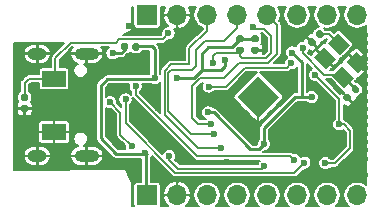
<source format=gbr>
%TF.GenerationSoftware,KiCad,Pcbnew,(5.1.6)-1*%
%TF.CreationDate,2020-09-21T22:35:42+08:00*%
%TF.ProjectId,Tiny-Hi3861,54696e79-2d48-4693-9338-36312e6b6963,V1.0*%
%TF.SameCoordinates,Original*%
%TF.FileFunction,Copper,L2,Bot*%
%TF.FilePolarity,Positive*%
%FSLAX46Y46*%
G04 Gerber Fmt 4.6, Leading zero omitted, Abs format (unit mm)*
G04 Created by KiCad (PCBNEW (5.1.6)-1) date 2020-09-21 22:35:42*
%MOMM*%
%LPD*%
G01*
G04 APERTURE LIST*
%TA.AperFunction,ComponentPad*%
%ADD10O,1.700000X1.700000*%
%TD*%
%TA.AperFunction,ComponentPad*%
%ADD11R,1.700000X1.700000*%
%TD*%
%TA.AperFunction,SMDPad,CuDef*%
%ADD12R,2.000000X1.350000*%
%TD*%
%TA.AperFunction,Conductor*%
%ADD13C,0.100000*%
%TD*%
%TA.AperFunction,ViaPad*%
%ADD14C,0.500000*%
%TD*%
%TA.AperFunction,ComponentPad*%
%ADD15O,1.600000X1.000000*%
%TD*%
%TA.AperFunction,ComponentPad*%
%ADD16O,2.100000X1.000000*%
%TD*%
%TA.AperFunction,SMDPad,CuDef*%
%ADD17C,0.100000*%
%TD*%
%TA.AperFunction,ViaPad*%
%ADD18C,0.600000*%
%TD*%
%TA.AperFunction,Conductor*%
%ADD19C,0.250000*%
%TD*%
%TA.AperFunction,Conductor*%
%ADD20C,0.150000*%
%TD*%
%TA.AperFunction,Conductor*%
%ADD21C,0.200000*%
%TD*%
G04 APERTURE END LIST*
D10*
%TO.P,J2,8*%
%TO.N,/GPIO2*%
X184150000Y-108000000D03*
%TO.P,J2,7*%
%TO.N,/GPIO1*%
X181610000Y-108000000D03*
%TO.P,J2,6*%
%TO.N,/GPIO0*%
X179070000Y-108000000D03*
%TO.P,J2,5*%
%TO.N,/GPIO14*%
X176530000Y-108000000D03*
%TO.P,J2,4*%
%TO.N,/GPIO13*%
X173990000Y-108000000D03*
%TO.P,J2,3*%
%TO.N,/GPIO12*%
X171450000Y-108000000D03*
%TO.P,J2,2*%
%TO.N,GND*%
X168910000Y-108000000D03*
D11*
%TO.P,J2,1*%
%TO.N,+3V3*%
X166370000Y-108000000D03*
%TD*%
D10*
%TO.P,J1,8*%
%TO.N,/GPIO5*%
X184150000Y-92750000D03*
%TO.P,J1,7*%
%TO.N,/GPIO6*%
X181610000Y-92750000D03*
%TO.P,J1,6*%
%TO.N,/GPIO7*%
X179070000Y-92750000D03*
%TO.P,J1,5*%
%TO.N,/GPIO9*%
X176530000Y-92750000D03*
%TO.P,J1,4*%
%TO.N,/GPIO10*%
X173990000Y-92750000D03*
%TO.P,J1,3*%
%TO.N,/GPIO11*%
X171450000Y-92750000D03*
%TO.P,J1,2*%
%TO.N,GND*%
X168910000Y-92750000D03*
D11*
%TO.P,J1,1*%
%TO.N,+5V*%
X166370000Y-92750000D03*
%TD*%
D12*
%TO.P,K1,K*%
%TO.N,GND*%
X158500000Y-102650000D03*
%TO.P,K1,A*%
%TO.N,/RST*%
X158500000Y-98150000D03*
%TD*%
%TO.P,C5,2*%
%TO.N,/RST*%
%TA.AperFunction,SMDPad,CuDef*%
G36*
G01*
X156172500Y-100010000D02*
X155827500Y-100010000D01*
G75*
G02*
X155680000Y-99862500I0J147500D01*
G01*
X155680000Y-99567500D01*
G75*
G02*
X155827500Y-99420000I147500J0D01*
G01*
X156172500Y-99420000D01*
G75*
G02*
X156320000Y-99567500I0J-147500D01*
G01*
X156320000Y-99862500D01*
G75*
G02*
X156172500Y-100010000I-147500J0D01*
G01*
G37*
%TD.AperFunction*%
%TO.P,C5,1*%
%TO.N,GND*%
%TA.AperFunction,SMDPad,CuDef*%
G36*
G01*
X156172500Y-100980000D02*
X155827500Y-100980000D01*
G75*
G02*
X155680000Y-100832500I0J147500D01*
G01*
X155680000Y-100537500D01*
G75*
G02*
X155827500Y-100390000I147500J0D01*
G01*
X156172500Y-100390000D01*
G75*
G02*
X156320000Y-100537500I0J-147500D01*
G01*
X156320000Y-100832500D01*
G75*
G02*
X156172500Y-100980000I-147500J0D01*
G01*
G37*
%TD.AperFunction*%
%TD*%
%TA.AperFunction,Conductor*%
D13*
%TO.N,GND*%
%TO.C,U1*%
G36*
X177567767Y-99700000D02*
G01*
X175800000Y-101467767D01*
X174032233Y-99700000D01*
X175800000Y-97932233D01*
X177567767Y-99700000D01*
G37*
%TD.AperFunction*%
D14*
X175800000Y-98285786D03*
X176507107Y-98992893D03*
X177214214Y-99700000D03*
X175092893Y-98992893D03*
X175800000Y-99700000D03*
X176507107Y-100407107D03*
X174385786Y-99700000D03*
X175092893Y-100407107D03*
X175800000Y-101114214D03*
%TD*%
%TO.P,R7,2*%
%TO.N,+3V3*%
%TA.AperFunction,SMDPad,CuDef*%
G36*
G01*
X165130000Y-95622500D02*
X165130000Y-95277500D01*
G75*
G02*
X165277500Y-95130000I147500J0D01*
G01*
X165572500Y-95130000D01*
G75*
G02*
X165720000Y-95277500I0J-147500D01*
G01*
X165720000Y-95622500D01*
G75*
G02*
X165572500Y-95770000I-147500J0D01*
G01*
X165277500Y-95770000D01*
G75*
G02*
X165130000Y-95622500I0J147500D01*
G01*
G37*
%TD.AperFunction*%
%TO.P,R7,1*%
%TO.N,Net-(PWR1-Pad2)*%
%TA.AperFunction,SMDPad,CuDef*%
G36*
G01*
X164160000Y-95622500D02*
X164160000Y-95277500D01*
G75*
G02*
X164307500Y-95130000I147500J0D01*
G01*
X164602500Y-95130000D01*
G75*
G02*
X164750000Y-95277500I0J-147500D01*
G01*
X164750000Y-95622500D01*
G75*
G02*
X164602500Y-95770000I-147500J0D01*
G01*
X164307500Y-95770000D01*
G75*
G02*
X164160000Y-95622500I0J147500D01*
G01*
G37*
%TD.AperFunction*%
%TD*%
D15*
%TO.P,J3,S1*%
%TO.N,GND*%
X157075000Y-104670000D03*
X157075000Y-96030000D03*
D16*
X161255000Y-104670000D03*
X161255000Y-96030000D03*
%TD*%
%TO.P,C7,2*%
%TO.N,+3V3*%
%TA.AperFunction,SMDPad,CuDef*%
G36*
G01*
X175686500Y-95060000D02*
X175341500Y-95060000D01*
G75*
G02*
X175194000Y-94912500I0J147500D01*
G01*
X175194000Y-94617500D01*
G75*
G02*
X175341500Y-94470000I147500J0D01*
G01*
X175686500Y-94470000D01*
G75*
G02*
X175834000Y-94617500I0J-147500D01*
G01*
X175834000Y-94912500D01*
G75*
G02*
X175686500Y-95060000I-147500J0D01*
G01*
G37*
%TD.AperFunction*%
%TO.P,C7,1*%
%TO.N,GND*%
%TA.AperFunction,SMDPad,CuDef*%
G36*
G01*
X175686500Y-96030000D02*
X175341500Y-96030000D01*
G75*
G02*
X175194000Y-95882500I0J147500D01*
G01*
X175194000Y-95587500D01*
G75*
G02*
X175341500Y-95440000I147500J0D01*
G01*
X175686500Y-95440000D01*
G75*
G02*
X175834000Y-95587500I0J-147500D01*
G01*
X175834000Y-95882500D01*
G75*
G02*
X175686500Y-96030000I-147500J0D01*
G01*
G37*
%TD.AperFunction*%
%TD*%
%TA.AperFunction,SMDPad,CuDef*%
D17*
%TO.P,Y1,4*%
%TO.N,GND*%
G36*
X180493045Y-96345735D02*
G01*
X181341573Y-95497207D01*
X182331523Y-96487157D01*
X181482995Y-97335685D01*
X180493045Y-96345735D01*
G37*
%TD.AperFunction*%
%TA.AperFunction,SMDPad,CuDef*%
%TO.P,Y1,3*%
%TO.N,/XOUT*%
G36*
X182048680Y-97901370D02*
G01*
X182897208Y-97052842D01*
X183887158Y-98042792D01*
X183038630Y-98891320D01*
X182048680Y-97901370D01*
G37*
%TD.AperFunction*%
%TA.AperFunction,SMDPad,CuDef*%
%TO.P,Y1,2*%
%TO.N,GND*%
G36*
X183250761Y-96699289D02*
G01*
X184099289Y-95850761D01*
X185089239Y-96840711D01*
X184240711Y-97689239D01*
X183250761Y-96699289D01*
G37*
%TD.AperFunction*%
%TA.AperFunction,SMDPad,CuDef*%
%TO.P,Y1,1*%
%TO.N,/XIN*%
G36*
X181695126Y-95143654D02*
G01*
X182543654Y-94295126D01*
X183533604Y-95285076D01*
X182685076Y-96133604D01*
X181695126Y-95143654D01*
G37*
%TD.AperFunction*%
%TD*%
%TO.P,C3,2*%
%TO.N,GND*%
%TA.AperFunction,SMDPad,CuDef*%
G36*
G01*
X183413674Y-99402375D02*
X183657625Y-99646327D01*
G75*
G02*
X183657625Y-99854923I-104298J-104298D01*
G01*
X183449029Y-100063519D01*
G75*
G02*
X183240433Y-100063519I-104298J104298D01*
G01*
X182996481Y-99819567D01*
G75*
G02*
X182996481Y-99610971I104298J104298D01*
G01*
X183205077Y-99402375D01*
G75*
G02*
X183413673Y-99402375I104298J-104298D01*
G01*
G37*
%TD.AperFunction*%
%TO.P,C3,1*%
%TO.N,/XOUT*%
%TA.AperFunction,SMDPad,CuDef*%
G36*
G01*
X184099568Y-98716481D02*
X184343519Y-98960433D01*
G75*
G02*
X184343519Y-99169029I-104298J-104298D01*
G01*
X184134923Y-99377625D01*
G75*
G02*
X183926327Y-99377625I-104298J104298D01*
G01*
X183682375Y-99133673D01*
G75*
G02*
X183682375Y-98925077I104298J104298D01*
G01*
X183890971Y-98716481D01*
G75*
G02*
X184099567Y-98716481I104298J-104298D01*
G01*
G37*
%TD.AperFunction*%
%TD*%
%TO.P,C2,2*%
%TO.N,GND*%
%TA.AperFunction,SMDPad,CuDef*%
G36*
G01*
X180403674Y-94722375D02*
X180647625Y-94966327D01*
G75*
G02*
X180647625Y-95174923I-104298J-104298D01*
G01*
X180439029Y-95383519D01*
G75*
G02*
X180230433Y-95383519I-104298J104298D01*
G01*
X179986481Y-95139567D01*
G75*
G02*
X179986481Y-94930971I104298J104298D01*
G01*
X180195077Y-94722375D01*
G75*
G02*
X180403673Y-94722375I104298J-104298D01*
G01*
G37*
%TD.AperFunction*%
%TO.P,C2,1*%
%TO.N,/XIN*%
%TA.AperFunction,SMDPad,CuDef*%
G36*
G01*
X181089568Y-94036481D02*
X181333519Y-94280433D01*
G75*
G02*
X181333519Y-94489029I-104298J-104298D01*
G01*
X181124923Y-94697625D01*
G75*
G02*
X180916327Y-94697625I-104298J104298D01*
G01*
X180672375Y-94453673D01*
G75*
G02*
X180672375Y-94245077I104298J104298D01*
G01*
X180880971Y-94036481D01*
G75*
G02*
X181089567Y-94036481I104298J-104298D01*
G01*
G37*
%TD.AperFunction*%
%TD*%
%TO.P,R1,2*%
%TO.N,/RST*%
%TA.AperFunction,SMDPad,CuDef*%
G36*
G01*
X174071500Y-95440000D02*
X174416500Y-95440000D01*
G75*
G02*
X174564000Y-95587500I0J-147500D01*
G01*
X174564000Y-95882500D01*
G75*
G02*
X174416500Y-96030000I-147500J0D01*
G01*
X174071500Y-96030000D01*
G75*
G02*
X173924000Y-95882500I0J147500D01*
G01*
X173924000Y-95587500D01*
G75*
G02*
X174071500Y-95440000I147500J0D01*
G01*
G37*
%TD.AperFunction*%
%TO.P,R1,1*%
%TO.N,+3V3*%
%TA.AperFunction,SMDPad,CuDef*%
G36*
G01*
X174071500Y-94470000D02*
X174416500Y-94470000D01*
G75*
G02*
X174564000Y-94617500I0J-147500D01*
G01*
X174564000Y-94912500D01*
G75*
G02*
X174416500Y-95060000I-147500J0D01*
G01*
X174071500Y-95060000D01*
G75*
G02*
X173924000Y-94912500I0J147500D01*
G01*
X173924000Y-94617500D01*
G75*
G02*
X174071500Y-94470000I147500J0D01*
G01*
G37*
%TD.AperFunction*%
%TD*%
D18*
%TO.N,/GPIO9*%
X171800000Y-101950000D03*
%TO.N,/GPIO10*%
X172050000Y-102849994D03*
%TO.N,/GPIO11*%
X172650000Y-104050000D03*
%TO.N,GND*%
X167300000Y-100600000D03*
X167500000Y-102450000D03*
X172500000Y-106700000D03*
X166400000Y-96000000D03*
X164600000Y-99000000D03*
X164800000Y-93700000D03*
X160600000Y-99100000D03*
X160620000Y-101780000D03*
X184800000Y-104900000D03*
X184800000Y-104200000D03*
X184800000Y-103500000D03*
X184800000Y-102800000D03*
X184800000Y-102100000D03*
X184800000Y-101400000D03*
X184800000Y-100700000D03*
X184800000Y-100000000D03*
X184800000Y-94400000D03*
X184800000Y-95100000D03*
X184800000Y-95800000D03*
X184800000Y-96500000D03*
X184800000Y-97200000D03*
X184800000Y-97900000D03*
X184800000Y-99300000D03*
X184790000Y-106290000D03*
X166100000Y-97600000D03*
X164270000Y-103900000D03*
X163440000Y-101630000D03*
X175800000Y-106650000D03*
X169100000Y-104950000D03*
X175500000Y-103550000D03*
X176350000Y-95350000D03*
X182850000Y-93750000D03*
X184800000Y-98590000D03*
X170260000Y-94410000D03*
X170220000Y-107090000D03*
X167830000Y-107070000D03*
X173110000Y-105180000D03*
X169050000Y-95980000D03*
X159100000Y-104700000D03*
X181000000Y-103250000D03*
X180500000Y-102700000D03*
X180000000Y-102200000D03*
X179550000Y-101700000D03*
X179850000Y-100350000D03*
X180300000Y-100850000D03*
X180800000Y-101350000D03*
X181250000Y-101900000D03*
X181750000Y-102450000D03*
X182450000Y-102750000D03*
X183000000Y-103200000D03*
X184050000Y-104250000D03*
X181932053Y-104717947D03*
X182882053Y-105667947D03*
%TO.N,/DN*%
X163240001Y-100140001D03*
X165070002Y-103850000D03*
%TO.N,+3V3*%
X176285000Y-103665000D03*
X171550000Y-101000000D03*
X178652365Y-95929992D03*
X180310000Y-99700000D03*
X167000000Y-98100000D03*
X176300000Y-105524990D03*
X166230000Y-104450000D03*
X168240000Y-104710000D03*
X168880000Y-98110000D03*
X172966373Y-96571393D03*
%TO.N,/XIN*%
X182500000Y-95150000D03*
%TO.N,/XOUT*%
X179530000Y-95560000D03*
%TO.N,/RX*%
X164549998Y-99900000D03*
X179690000Y-105250000D03*
%TO.N,/TX*%
X165400000Y-98800000D03*
X178850000Y-105050000D03*
%TO.N,/VDD_BUCK_1P3*%
X171594000Y-98806000D03*
X178570000Y-96840000D03*
%TO.N,/RST*%
X175300003Y-93799997D03*
X171958000Y-96807998D03*
X168180000Y-94300000D03*
%TO.N,Net-(PWR1-Pad2)*%
X163450000Y-96000000D03*
%TO.N,/VDD_PMU_RFLDO1*%
X180610000Y-97830000D03*
X181450004Y-105290000D03*
X182640000Y-102010000D03*
%TD*%
D19*
%TO.N,/GPIO9*%
X176530000Y-92710000D02*
X176090000Y-92710000D01*
D20*
X177379999Y-96020001D02*
X177379999Y-93559999D01*
X174180011Y-96819989D02*
X176580011Y-96819989D01*
X177379999Y-93559999D02*
X176530000Y-92710000D01*
X172910000Y-98090000D02*
X174180011Y-96819989D01*
X176580011Y-96819989D02*
X177379999Y-96020001D01*
X170660000Y-101950000D02*
X170190000Y-101480000D01*
X171800000Y-101950000D02*
X170660000Y-101950000D01*
X170190000Y-98760000D02*
X170860000Y-98090000D01*
X170190000Y-101480000D02*
X170190000Y-98760000D01*
X170860000Y-98090000D02*
X172910000Y-98090000D01*
%TO.N,/GPIO10*%
X171250000Y-94960000D02*
X172870000Y-94960000D01*
X172870000Y-94960000D02*
X173990000Y-93840000D01*
X170520000Y-95690000D02*
X171250000Y-94960000D01*
X170520000Y-97080000D02*
X170520000Y-95690000D01*
X170210000Y-97390000D02*
X170520000Y-97080000D01*
X170099994Y-102849994D02*
X168156260Y-100906260D01*
X172050000Y-102849994D02*
X170099994Y-102849994D01*
X173990000Y-93840000D02*
X173990000Y-92710000D01*
X168156260Y-100906260D02*
X168156260Y-97663740D01*
X168156260Y-97663740D02*
X168430000Y-97390000D01*
X168430000Y-97390000D02*
X170210000Y-97390000D01*
%TO.N,/GPIO11*%
X171450000Y-92710000D02*
X171400000Y-92760000D01*
X172650000Y-104050000D02*
X170700000Y-104050000D01*
X170700000Y-104050000D02*
X167855348Y-101205348D01*
X167855348Y-101205348D02*
X167855348Y-98820527D01*
X167855348Y-98820527D02*
X167856249Y-98819626D01*
X171450000Y-94070000D02*
X171450000Y-92710000D01*
X167855348Y-98820527D02*
X167855348Y-97454652D01*
X169950000Y-95570000D02*
X171450000Y-94070000D01*
X167855348Y-97454652D02*
X168400000Y-96910000D01*
X168400000Y-96910000D02*
X169950000Y-96910000D01*
X169950000Y-96910000D02*
X169950000Y-95570000D01*
%TO.N,GND*%
X184842947Y-97942947D02*
X184800000Y-97900000D01*
X184842947Y-98347053D02*
X184842947Y-97942947D01*
X184530000Y-96770000D02*
X184800000Y-96500000D01*
X184170000Y-96770000D02*
X184530000Y-96770000D01*
X184800000Y-94400000D02*
X184800000Y-97900000D01*
X184800000Y-97900000D02*
X184800000Y-98590000D01*
X184800000Y-99300000D02*
X184800000Y-106200000D01*
X175799999Y-103250001D02*
X175500000Y-103550000D01*
X175800000Y-99700000D02*
X175799999Y-103250001D01*
D21*
X164800000Y-93700000D02*
X165150000Y-94050000D01*
D20*
X184800000Y-98590000D02*
X184800000Y-99300000D01*
%TO.N,/DN*%
X164110000Y-102889998D02*
X165070002Y-103850000D01*
X163240001Y-100140001D02*
X164110000Y-101010000D01*
X164110000Y-101010000D02*
X164110000Y-102889998D01*
D19*
%TO.N,+3V3*%
X166370000Y-107950000D02*
X166350000Y-107950000D01*
X174244000Y-94765000D02*
X175514000Y-94765000D01*
X178920000Y-99700000D02*
X180310000Y-99700000D01*
X176285000Y-103665000D02*
X176285000Y-102335000D01*
X176285000Y-102335000D02*
X178920000Y-99700000D01*
X179486136Y-96763763D02*
X179486136Y-99700000D01*
X178652365Y-95929992D02*
X179486136Y-96763763D01*
X179486136Y-99700000D02*
X180310000Y-99700000D01*
X167000000Y-95600000D02*
X167000000Y-98100000D01*
X165400000Y-95400000D02*
X166800000Y-95400000D01*
X166800000Y-95400000D02*
X167000000Y-95600000D01*
X166250000Y-107850000D02*
X166350000Y-107950000D01*
X166380000Y-104500000D02*
X166250000Y-104630000D01*
X166900000Y-98200000D02*
X163000000Y-98200000D01*
X167000000Y-98100000D02*
X166900000Y-98200000D01*
X163000000Y-98200000D02*
X162450000Y-98750000D01*
X166250000Y-104630000D02*
X166250000Y-107850000D01*
X162450000Y-103200000D02*
X163750000Y-104500000D01*
X163750000Y-104500000D02*
X166380000Y-104500000D01*
X162450000Y-98750000D02*
X162450000Y-103200000D01*
X175850000Y-104100000D02*
X176285000Y-103665000D01*
X175100000Y-104100000D02*
X175850000Y-104100000D01*
X171550000Y-101000000D02*
X172000000Y-101000000D01*
X172000000Y-101000000D02*
X175100000Y-104100000D01*
X174244000Y-94765000D02*
X173524000Y-95485000D01*
X169280000Y-98110000D02*
X168880000Y-98110000D01*
X169280000Y-98110000D02*
X170360000Y-98110000D01*
X170360000Y-98110000D02*
X171040000Y-97430000D01*
X171040000Y-97430000D02*
X172630000Y-97430000D01*
X172966373Y-97093627D02*
X172966373Y-96571393D01*
X172630000Y-97430000D02*
X172966373Y-97093627D01*
X171040000Y-97430000D02*
X171040000Y-96010000D01*
X171040000Y-96010000D02*
X171565000Y-95485000D01*
X171565000Y-95485000D02*
X172125000Y-95485000D01*
X173524000Y-95485000D02*
X172125000Y-95485000D01*
X172125000Y-95485000D02*
X171905000Y-95485000D01*
D20*
X169000000Y-105750000D02*
X168240000Y-104990000D01*
X176300000Y-105524990D02*
X176074990Y-105750000D01*
X168240000Y-104990000D02*
X168240000Y-104710000D01*
X176074990Y-105750000D02*
X169000000Y-105750000D01*
%TO.N,/XIN*%
X181767053Y-94367053D02*
X182614365Y-95214365D01*
X181002947Y-94367053D02*
X181767053Y-94367053D01*
D19*
%TO.N,/XOUT*%
X184028785Y-99032947D02*
X182967919Y-97972081D01*
X184157053Y-99032947D02*
X184028785Y-99032947D01*
D20*
X179530000Y-95990000D02*
X179530000Y-95560000D01*
X181350000Y-97810000D02*
X179530000Y-95990000D01*
X182967919Y-97972081D02*
X182805838Y-97810000D01*
X182805838Y-97810000D02*
X181350000Y-97810000D01*
%TO.N,/RX*%
X178840000Y-106100000D02*
X179390001Y-105549999D01*
X168736998Y-106100000D02*
X178840000Y-106100000D01*
X179390001Y-105549999D02*
X179690000Y-105250000D01*
X164549998Y-99900000D02*
X164549998Y-101913000D01*
X164549998Y-101913000D02*
X168736998Y-106100000D01*
%TO.N,/TX*%
X165400000Y-99500000D02*
X170600001Y-104700001D01*
X178500001Y-104700001D02*
X178850000Y-105050000D01*
X165400000Y-98800000D02*
X165400000Y-99500000D01*
X170600001Y-104700001D02*
X178500001Y-104700001D01*
%TO.N,/VDD_BUCK_1P3*%
X174630000Y-97220000D02*
X178190000Y-97220000D01*
X171594000Y-98806000D02*
X173044000Y-98806000D01*
X178190000Y-97220000D02*
X178570000Y-96840000D01*
X173044000Y-98806000D02*
X174630000Y-97220000D01*
D19*
%TO.N,/RST*%
X175300000Y-93800000D02*
X175300000Y-93800000D01*
D20*
X171958000Y-96202000D02*
X171958000Y-96807998D01*
X174244000Y-95735000D02*
X174029000Y-95950000D01*
X172210000Y-95950000D02*
X171958000Y-96202000D01*
X174029000Y-95950000D02*
X172210000Y-95950000D01*
X175420006Y-93920000D02*
X175300003Y-93799997D01*
X176290000Y-93920000D02*
X175420006Y-93920000D01*
X176900000Y-94530000D02*
X176290000Y-93920000D01*
X174244000Y-96224000D02*
X174439978Y-96419978D01*
X174244000Y-95735000D02*
X174244000Y-96224000D01*
X174439978Y-96419978D02*
X176430022Y-96419978D01*
X176430022Y-96419978D02*
X176900000Y-95950000D01*
X176900000Y-95950000D02*
X176900000Y-94530000D01*
X167680000Y-94800000D02*
X168180000Y-94300000D01*
X158600000Y-98660000D02*
X158600000Y-96400000D01*
X167680000Y-94800000D02*
X164000000Y-94800000D01*
X164000000Y-94800000D02*
X163700000Y-95100000D01*
X163700000Y-95100000D02*
X159900000Y-95100000D01*
X158600000Y-96400000D02*
X159900000Y-95100000D01*
X158500000Y-98150000D02*
X156350000Y-98150000D01*
X156000000Y-98500000D02*
X156000000Y-99715000D01*
X156350000Y-98150000D02*
X156000000Y-98500000D01*
D19*
%TO.N,Net-(PWR1-Pad2)*%
X164150000Y-96000000D02*
X163450000Y-96000000D01*
X164465000Y-95685000D02*
X164150000Y-96000000D01*
D20*
%TO.N,/VDD_PMU_RFLDO1*%
X182290000Y-105290000D02*
X183550000Y-104030000D01*
X183550000Y-104030000D02*
X183550000Y-102550000D01*
X181450004Y-105290000D02*
X182290000Y-105290000D01*
X183550000Y-102550000D02*
X183010000Y-102010000D01*
X183010000Y-102010000D02*
X182640000Y-102010000D01*
X182640000Y-99860000D02*
X180610000Y-97830000D01*
X182640000Y-102010000D02*
X182640000Y-99860000D01*
%TD*%
D21*
%TO.N,GND*%
G36*
X180315101Y-97305431D02*
G01*
X180227522Y-97363950D01*
X180143950Y-97447522D01*
X180078287Y-97545793D01*
X180033058Y-97654986D01*
X180010000Y-97770905D01*
X180010000Y-97889095D01*
X180033058Y-98005014D01*
X180078287Y-98114207D01*
X180143950Y-98212478D01*
X180227522Y-98296050D01*
X180325793Y-98361713D01*
X180434986Y-98406942D01*
X180550905Y-98430000D01*
X180669095Y-98430000D01*
X180677916Y-98428245D01*
X182265001Y-100015331D01*
X182265000Y-101538953D01*
X182257522Y-101543950D01*
X182173950Y-101627522D01*
X182108287Y-101725793D01*
X182063058Y-101834986D01*
X182040000Y-101950905D01*
X182040000Y-102069095D01*
X182063058Y-102185014D01*
X182108287Y-102294207D01*
X182173950Y-102392478D01*
X182257522Y-102476050D01*
X182355793Y-102541713D01*
X182464986Y-102586942D01*
X182580905Y-102610000D01*
X182699095Y-102610000D01*
X182815014Y-102586942D01*
X182924207Y-102541713D01*
X182976465Y-102506795D01*
X183175001Y-102705331D01*
X183175000Y-103874670D01*
X182134671Y-104915000D01*
X181921051Y-104915000D01*
X181916054Y-104907522D01*
X181832482Y-104823950D01*
X181734211Y-104758287D01*
X181625018Y-104713058D01*
X181509099Y-104690000D01*
X181390909Y-104690000D01*
X181274990Y-104713058D01*
X181165797Y-104758287D01*
X181067526Y-104823950D01*
X180983954Y-104907522D01*
X180918291Y-105005793D01*
X180873062Y-105114986D01*
X180850004Y-105230905D01*
X180850004Y-105349095D01*
X180873062Y-105465014D01*
X180918291Y-105574207D01*
X180983954Y-105672478D01*
X181067526Y-105756050D01*
X181165797Y-105821713D01*
X181274990Y-105866942D01*
X181390909Y-105890000D01*
X181509099Y-105890000D01*
X181625018Y-105866942D01*
X181734211Y-105821713D01*
X181832482Y-105756050D01*
X181916054Y-105672478D01*
X181921051Y-105665000D01*
X182271584Y-105665000D01*
X182290000Y-105666814D01*
X182308416Y-105665000D01*
X182308419Y-105665000D01*
X182363513Y-105659574D01*
X182434200Y-105638131D01*
X182499347Y-105603309D01*
X182556448Y-105556448D01*
X182568195Y-105542134D01*
X183802140Y-104308190D01*
X183816448Y-104296448D01*
X183863309Y-104239347D01*
X183870970Y-104225014D01*
X183898130Y-104174202D01*
X183900681Y-104165793D01*
X183919574Y-104103513D01*
X183925000Y-104048419D01*
X183925000Y-104048417D01*
X183926814Y-104030001D01*
X183925000Y-104011585D01*
X183925000Y-102568415D01*
X183926814Y-102549999D01*
X183922073Y-102501863D01*
X183919574Y-102476487D01*
X183898131Y-102405800D01*
X183863309Y-102340653D01*
X183850463Y-102325000D01*
X183828189Y-102297858D01*
X183828186Y-102297855D01*
X183816448Y-102283552D01*
X183802144Y-102271813D01*
X183288195Y-101757866D01*
X183276448Y-101743552D01*
X183219347Y-101696691D01*
X183154200Y-101661869D01*
X183122594Y-101652281D01*
X183106050Y-101627522D01*
X183022478Y-101543950D01*
X183015000Y-101538953D01*
X183015000Y-100334123D01*
X183096045Y-100416503D01*
X183149340Y-100460240D01*
X183210143Y-100492740D01*
X183276119Y-100512754D01*
X183344731Y-100519511D01*
X183413343Y-100512754D01*
X183479319Y-100492740D01*
X183540121Y-100460240D01*
X183593416Y-100416503D01*
X183721265Y-100286258D01*
X183721265Y-100162514D01*
X183327053Y-99768302D01*
X183312911Y-99782445D01*
X183277555Y-99747089D01*
X183291698Y-99732947D01*
X182897486Y-99338735D01*
X182773742Y-99338735D01*
X182710825Y-99400495D01*
X181495329Y-98185000D01*
X181905994Y-98185000D01*
X182825472Y-99104478D01*
X182871153Y-99141967D01*
X182923270Y-99169824D01*
X182938066Y-99174313D01*
X182932841Y-99179636D01*
X182932841Y-99303380D01*
X183327053Y-99697592D01*
X183341195Y-99683449D01*
X183376551Y-99718805D01*
X183362408Y-99732947D01*
X183756620Y-100127159D01*
X183880364Y-100127159D01*
X184010609Y-99999310D01*
X184054346Y-99946015D01*
X184086846Y-99885213D01*
X184106860Y-99819237D01*
X184113617Y-99750625D01*
X184110055Y-99714455D01*
X184118211Y-99713652D01*
X184202431Y-99688104D01*
X184280049Y-99646616D01*
X184348081Y-99590783D01*
X184556677Y-99382187D01*
X184612510Y-99314155D01*
X184653998Y-99236537D01*
X184679546Y-99152317D01*
X184688172Y-99064731D01*
X184679546Y-98977145D01*
X184653998Y-98892925D01*
X184612510Y-98815307D01*
X184556677Y-98747275D01*
X184312725Y-98503323D01*
X184244693Y-98447490D01*
X184167075Y-98406002D01*
X184082855Y-98380454D01*
X183995269Y-98371828D01*
X183983255Y-98373011D01*
X184100316Y-98255950D01*
X184137805Y-98210269D01*
X184165662Y-98158152D01*
X184182817Y-98101602D01*
X184188609Y-98042792D01*
X184187914Y-98035733D01*
X184240711Y-98040933D01*
X184309323Y-98034175D01*
X184375299Y-98014161D01*
X184436101Y-97981661D01*
X184489396Y-97937924D01*
X184832913Y-97592012D01*
X184832913Y-97468271D01*
X184894783Y-97530141D01*
X184900000Y-97524924D01*
X184900000Y-107123655D01*
X184883082Y-107106737D01*
X184694729Y-106980884D01*
X184485443Y-106894194D01*
X184263265Y-106850000D01*
X184036735Y-106850000D01*
X183814557Y-106894194D01*
X183605271Y-106980884D01*
X183416918Y-107106737D01*
X183256737Y-107266918D01*
X183130884Y-107455271D01*
X183044194Y-107664557D01*
X183000000Y-107886735D01*
X183000000Y-108113265D01*
X183044194Y-108335443D01*
X183130884Y-108544729D01*
X183256737Y-108733082D01*
X183416918Y-108893263D01*
X183427001Y-108900000D01*
X182332999Y-108900000D01*
X182343082Y-108893263D01*
X182503263Y-108733082D01*
X182629116Y-108544729D01*
X182715806Y-108335443D01*
X182760000Y-108113265D01*
X182760000Y-107886735D01*
X182715806Y-107664557D01*
X182629116Y-107455271D01*
X182503263Y-107266918D01*
X182343082Y-107106737D01*
X182154729Y-106980884D01*
X181945443Y-106894194D01*
X181723265Y-106850000D01*
X181496735Y-106850000D01*
X181274557Y-106894194D01*
X181065271Y-106980884D01*
X180876918Y-107106737D01*
X180716737Y-107266918D01*
X180590884Y-107455271D01*
X180504194Y-107664557D01*
X180460000Y-107886735D01*
X180460000Y-108113265D01*
X180504194Y-108335443D01*
X180590884Y-108544729D01*
X180716737Y-108733082D01*
X180876918Y-108893263D01*
X180887001Y-108900000D01*
X179792999Y-108900000D01*
X179803082Y-108893263D01*
X179963263Y-108733082D01*
X180089116Y-108544729D01*
X180175806Y-108335443D01*
X180220000Y-108113265D01*
X180220000Y-107886735D01*
X180175806Y-107664557D01*
X180089116Y-107455271D01*
X179963263Y-107266918D01*
X179803082Y-107106737D01*
X179614729Y-106980884D01*
X179405443Y-106894194D01*
X179183265Y-106850000D01*
X178956735Y-106850000D01*
X178734557Y-106894194D01*
X178525271Y-106980884D01*
X178336918Y-107106737D01*
X178176737Y-107266918D01*
X178050884Y-107455271D01*
X177964194Y-107664557D01*
X177920000Y-107886735D01*
X177920000Y-108113265D01*
X177964194Y-108335443D01*
X178050884Y-108544729D01*
X178176737Y-108733082D01*
X178336918Y-108893263D01*
X178347001Y-108900000D01*
X177252999Y-108900000D01*
X177263082Y-108893263D01*
X177423263Y-108733082D01*
X177549116Y-108544729D01*
X177635806Y-108335443D01*
X177680000Y-108113265D01*
X177680000Y-107886735D01*
X177635806Y-107664557D01*
X177549116Y-107455271D01*
X177423263Y-107266918D01*
X177263082Y-107106737D01*
X177074729Y-106980884D01*
X176865443Y-106894194D01*
X176643265Y-106850000D01*
X176416735Y-106850000D01*
X176194557Y-106894194D01*
X175985271Y-106980884D01*
X175796918Y-107106737D01*
X175636737Y-107266918D01*
X175510884Y-107455271D01*
X175424194Y-107664557D01*
X175380000Y-107886735D01*
X175380000Y-108113265D01*
X175424194Y-108335443D01*
X175510884Y-108544729D01*
X175636737Y-108733082D01*
X175796918Y-108893263D01*
X175807001Y-108900000D01*
X174712999Y-108900000D01*
X174723082Y-108893263D01*
X174883263Y-108733082D01*
X175009116Y-108544729D01*
X175095806Y-108335443D01*
X175140000Y-108113265D01*
X175140000Y-107886735D01*
X175095806Y-107664557D01*
X175009116Y-107455271D01*
X174883263Y-107266918D01*
X174723082Y-107106737D01*
X174534729Y-106980884D01*
X174325443Y-106894194D01*
X174103265Y-106850000D01*
X173876735Y-106850000D01*
X173654557Y-106894194D01*
X173445271Y-106980884D01*
X173256918Y-107106737D01*
X173096737Y-107266918D01*
X172970884Y-107455271D01*
X172884194Y-107664557D01*
X172840000Y-107886735D01*
X172840000Y-108113265D01*
X172884194Y-108335443D01*
X172970884Y-108544729D01*
X173096737Y-108733082D01*
X173256918Y-108893263D01*
X173267001Y-108900000D01*
X172172999Y-108900000D01*
X172183082Y-108893263D01*
X172343263Y-108733082D01*
X172469116Y-108544729D01*
X172555806Y-108335443D01*
X172600000Y-108113265D01*
X172600000Y-107886735D01*
X172555806Y-107664557D01*
X172469116Y-107455271D01*
X172343263Y-107266918D01*
X172183082Y-107106737D01*
X171994729Y-106980884D01*
X171785443Y-106894194D01*
X171563265Y-106850000D01*
X171336735Y-106850000D01*
X171114557Y-106894194D01*
X170905271Y-106980884D01*
X170716918Y-107106737D01*
X170556737Y-107266918D01*
X170430884Y-107455271D01*
X170344194Y-107664557D01*
X170300000Y-107886735D01*
X170300000Y-108113265D01*
X170344194Y-108335443D01*
X170430884Y-108544729D01*
X170556737Y-108733082D01*
X170716918Y-108893263D01*
X170727001Y-108900000D01*
X169695085Y-108900000D01*
X169774026Y-108832742D01*
X169919884Y-108648178D01*
X170026933Y-108438705D01*
X170091059Y-108212373D01*
X170022241Y-108025000D01*
X168935000Y-108025000D01*
X168935000Y-108045000D01*
X168885000Y-108045000D01*
X168885000Y-108025000D01*
X167797759Y-108025000D01*
X167728941Y-108212373D01*
X167793067Y-108438705D01*
X167900116Y-108648178D01*
X168045974Y-108832742D01*
X168124915Y-108900000D01*
X167516527Y-108900000D01*
X167521451Y-108850000D01*
X167521451Y-107787627D01*
X167728941Y-107787627D01*
X167797759Y-107975000D01*
X168885000Y-107975000D01*
X168885000Y-106887781D01*
X168935000Y-106887781D01*
X168935000Y-107975000D01*
X170022241Y-107975000D01*
X170091059Y-107787627D01*
X170026933Y-107561295D01*
X169919884Y-107351822D01*
X169774026Y-107167258D01*
X169594964Y-107014696D01*
X169389579Y-106899998D01*
X169165764Y-106827573D01*
X169122373Y-106818942D01*
X168935000Y-106887781D01*
X168885000Y-106887781D01*
X168697627Y-106818942D01*
X168654236Y-106827573D01*
X168430421Y-106899998D01*
X168225036Y-107014696D01*
X168045974Y-107167258D01*
X167900116Y-107351822D01*
X167793067Y-107561295D01*
X167728941Y-107787627D01*
X167521451Y-107787627D01*
X167521451Y-107150000D01*
X167515659Y-107091190D01*
X167498504Y-107034640D01*
X167470647Y-106982523D01*
X167433158Y-106936842D01*
X167387477Y-106899353D01*
X167335360Y-106871496D01*
X167278810Y-106854341D01*
X167220000Y-106848549D01*
X166675000Y-106848549D01*
X166675000Y-104853528D01*
X166696050Y-104832478D01*
X166761713Y-104734207D01*
X166784899Y-104678231D01*
X168458807Y-106352139D01*
X168470550Y-106366448D01*
X168527651Y-106413309D01*
X168592798Y-106448131D01*
X168663485Y-106469574D01*
X168718579Y-106475000D01*
X168718581Y-106475000D01*
X168736997Y-106476814D01*
X168755413Y-106475000D01*
X178821584Y-106475000D01*
X178840000Y-106476814D01*
X178858416Y-106475000D01*
X178858419Y-106475000D01*
X178913513Y-106469574D01*
X178984200Y-106448131D01*
X179049347Y-106413309D01*
X179106448Y-106366448D01*
X179118195Y-106352134D01*
X179622084Y-105848245D01*
X179630905Y-105850000D01*
X179749095Y-105850000D01*
X179865014Y-105826942D01*
X179974207Y-105781713D01*
X180072478Y-105716050D01*
X180156050Y-105632478D01*
X180221713Y-105534207D01*
X180266942Y-105425014D01*
X180290000Y-105309095D01*
X180290000Y-105190905D01*
X180266942Y-105074986D01*
X180221713Y-104965793D01*
X180156050Y-104867522D01*
X180072478Y-104783950D01*
X179974207Y-104718287D01*
X179865014Y-104673058D01*
X179749095Y-104650000D01*
X179630905Y-104650000D01*
X179514986Y-104673058D01*
X179405793Y-104718287D01*
X179367201Y-104744074D01*
X179316050Y-104667522D01*
X179232478Y-104583950D01*
X179134207Y-104518287D01*
X179025014Y-104473058D01*
X178909095Y-104450000D01*
X178790905Y-104450000D01*
X178782084Y-104451755D01*
X178778196Y-104447867D01*
X178766449Y-104433553D01*
X178709348Y-104386692D01*
X178644201Y-104351870D01*
X178573514Y-104330427D01*
X178518420Y-104325001D01*
X178518417Y-104325001D01*
X178500001Y-104323187D01*
X178481585Y-104325001D01*
X176226039Y-104325001D01*
X176286040Y-104265000D01*
X176344095Y-104265000D01*
X176460014Y-104241942D01*
X176569207Y-104196713D01*
X176667478Y-104131050D01*
X176751050Y-104047478D01*
X176816713Y-103949207D01*
X176861942Y-103840014D01*
X176885000Y-103724095D01*
X176885000Y-103605905D01*
X176861942Y-103489986D01*
X176816713Y-103380793D01*
X176751050Y-103282522D01*
X176710000Y-103241472D01*
X176710000Y-102511040D01*
X179096041Y-100125000D01*
X179465262Y-100125000D01*
X179486136Y-100127056D01*
X179507010Y-100125000D01*
X179886472Y-100125000D01*
X179927522Y-100166050D01*
X180025793Y-100231713D01*
X180134986Y-100276942D01*
X180250905Y-100300000D01*
X180369095Y-100300000D01*
X180485014Y-100276942D01*
X180594207Y-100231713D01*
X180692478Y-100166050D01*
X180776050Y-100082478D01*
X180841713Y-99984207D01*
X180886942Y-99875014D01*
X180910000Y-99759095D01*
X180910000Y-99640905D01*
X180886942Y-99524986D01*
X180841713Y-99415793D01*
X180776050Y-99317522D01*
X180692478Y-99233950D01*
X180594207Y-99168287D01*
X180485014Y-99123058D01*
X180369095Y-99100000D01*
X180250905Y-99100000D01*
X180134986Y-99123058D01*
X180025793Y-99168287D01*
X179927522Y-99233950D01*
X179911136Y-99250336D01*
X179911136Y-96901465D01*
X180315101Y-97305431D01*
G37*
X180315101Y-97305431D02*
X180227522Y-97363950D01*
X180143950Y-97447522D01*
X180078287Y-97545793D01*
X180033058Y-97654986D01*
X180010000Y-97770905D01*
X180010000Y-97889095D01*
X180033058Y-98005014D01*
X180078287Y-98114207D01*
X180143950Y-98212478D01*
X180227522Y-98296050D01*
X180325793Y-98361713D01*
X180434986Y-98406942D01*
X180550905Y-98430000D01*
X180669095Y-98430000D01*
X180677916Y-98428245D01*
X182265001Y-100015331D01*
X182265000Y-101538953D01*
X182257522Y-101543950D01*
X182173950Y-101627522D01*
X182108287Y-101725793D01*
X182063058Y-101834986D01*
X182040000Y-101950905D01*
X182040000Y-102069095D01*
X182063058Y-102185014D01*
X182108287Y-102294207D01*
X182173950Y-102392478D01*
X182257522Y-102476050D01*
X182355793Y-102541713D01*
X182464986Y-102586942D01*
X182580905Y-102610000D01*
X182699095Y-102610000D01*
X182815014Y-102586942D01*
X182924207Y-102541713D01*
X182976465Y-102506795D01*
X183175001Y-102705331D01*
X183175000Y-103874670D01*
X182134671Y-104915000D01*
X181921051Y-104915000D01*
X181916054Y-104907522D01*
X181832482Y-104823950D01*
X181734211Y-104758287D01*
X181625018Y-104713058D01*
X181509099Y-104690000D01*
X181390909Y-104690000D01*
X181274990Y-104713058D01*
X181165797Y-104758287D01*
X181067526Y-104823950D01*
X180983954Y-104907522D01*
X180918291Y-105005793D01*
X180873062Y-105114986D01*
X180850004Y-105230905D01*
X180850004Y-105349095D01*
X180873062Y-105465014D01*
X180918291Y-105574207D01*
X180983954Y-105672478D01*
X181067526Y-105756050D01*
X181165797Y-105821713D01*
X181274990Y-105866942D01*
X181390909Y-105890000D01*
X181509099Y-105890000D01*
X181625018Y-105866942D01*
X181734211Y-105821713D01*
X181832482Y-105756050D01*
X181916054Y-105672478D01*
X181921051Y-105665000D01*
X182271584Y-105665000D01*
X182290000Y-105666814D01*
X182308416Y-105665000D01*
X182308419Y-105665000D01*
X182363513Y-105659574D01*
X182434200Y-105638131D01*
X182499347Y-105603309D01*
X182556448Y-105556448D01*
X182568195Y-105542134D01*
X183802140Y-104308190D01*
X183816448Y-104296448D01*
X183863309Y-104239347D01*
X183870970Y-104225014D01*
X183898130Y-104174202D01*
X183900681Y-104165793D01*
X183919574Y-104103513D01*
X183925000Y-104048419D01*
X183925000Y-104048417D01*
X183926814Y-104030001D01*
X183925000Y-104011585D01*
X183925000Y-102568415D01*
X183926814Y-102549999D01*
X183922073Y-102501863D01*
X183919574Y-102476487D01*
X183898131Y-102405800D01*
X183863309Y-102340653D01*
X183850463Y-102325000D01*
X183828189Y-102297858D01*
X183828186Y-102297855D01*
X183816448Y-102283552D01*
X183802144Y-102271813D01*
X183288195Y-101757866D01*
X183276448Y-101743552D01*
X183219347Y-101696691D01*
X183154200Y-101661869D01*
X183122594Y-101652281D01*
X183106050Y-101627522D01*
X183022478Y-101543950D01*
X183015000Y-101538953D01*
X183015000Y-100334123D01*
X183096045Y-100416503D01*
X183149340Y-100460240D01*
X183210143Y-100492740D01*
X183276119Y-100512754D01*
X183344731Y-100519511D01*
X183413343Y-100512754D01*
X183479319Y-100492740D01*
X183540121Y-100460240D01*
X183593416Y-100416503D01*
X183721265Y-100286258D01*
X183721265Y-100162514D01*
X183327053Y-99768302D01*
X183312911Y-99782445D01*
X183277555Y-99747089D01*
X183291698Y-99732947D01*
X182897486Y-99338735D01*
X182773742Y-99338735D01*
X182710825Y-99400495D01*
X181495329Y-98185000D01*
X181905994Y-98185000D01*
X182825472Y-99104478D01*
X182871153Y-99141967D01*
X182923270Y-99169824D01*
X182938066Y-99174313D01*
X182932841Y-99179636D01*
X182932841Y-99303380D01*
X183327053Y-99697592D01*
X183341195Y-99683449D01*
X183376551Y-99718805D01*
X183362408Y-99732947D01*
X183756620Y-100127159D01*
X183880364Y-100127159D01*
X184010609Y-99999310D01*
X184054346Y-99946015D01*
X184086846Y-99885213D01*
X184106860Y-99819237D01*
X184113617Y-99750625D01*
X184110055Y-99714455D01*
X184118211Y-99713652D01*
X184202431Y-99688104D01*
X184280049Y-99646616D01*
X184348081Y-99590783D01*
X184556677Y-99382187D01*
X184612510Y-99314155D01*
X184653998Y-99236537D01*
X184679546Y-99152317D01*
X184688172Y-99064731D01*
X184679546Y-98977145D01*
X184653998Y-98892925D01*
X184612510Y-98815307D01*
X184556677Y-98747275D01*
X184312725Y-98503323D01*
X184244693Y-98447490D01*
X184167075Y-98406002D01*
X184082855Y-98380454D01*
X183995269Y-98371828D01*
X183983255Y-98373011D01*
X184100316Y-98255950D01*
X184137805Y-98210269D01*
X184165662Y-98158152D01*
X184182817Y-98101602D01*
X184188609Y-98042792D01*
X184187914Y-98035733D01*
X184240711Y-98040933D01*
X184309323Y-98034175D01*
X184375299Y-98014161D01*
X184436101Y-97981661D01*
X184489396Y-97937924D01*
X184832913Y-97592012D01*
X184832913Y-97468271D01*
X184894783Y-97530141D01*
X184900000Y-97524924D01*
X184900000Y-107123655D01*
X184883082Y-107106737D01*
X184694729Y-106980884D01*
X184485443Y-106894194D01*
X184263265Y-106850000D01*
X184036735Y-106850000D01*
X183814557Y-106894194D01*
X183605271Y-106980884D01*
X183416918Y-107106737D01*
X183256737Y-107266918D01*
X183130884Y-107455271D01*
X183044194Y-107664557D01*
X183000000Y-107886735D01*
X183000000Y-108113265D01*
X183044194Y-108335443D01*
X183130884Y-108544729D01*
X183256737Y-108733082D01*
X183416918Y-108893263D01*
X183427001Y-108900000D01*
X182332999Y-108900000D01*
X182343082Y-108893263D01*
X182503263Y-108733082D01*
X182629116Y-108544729D01*
X182715806Y-108335443D01*
X182760000Y-108113265D01*
X182760000Y-107886735D01*
X182715806Y-107664557D01*
X182629116Y-107455271D01*
X182503263Y-107266918D01*
X182343082Y-107106737D01*
X182154729Y-106980884D01*
X181945443Y-106894194D01*
X181723265Y-106850000D01*
X181496735Y-106850000D01*
X181274557Y-106894194D01*
X181065271Y-106980884D01*
X180876918Y-107106737D01*
X180716737Y-107266918D01*
X180590884Y-107455271D01*
X180504194Y-107664557D01*
X180460000Y-107886735D01*
X180460000Y-108113265D01*
X180504194Y-108335443D01*
X180590884Y-108544729D01*
X180716737Y-108733082D01*
X180876918Y-108893263D01*
X180887001Y-108900000D01*
X179792999Y-108900000D01*
X179803082Y-108893263D01*
X179963263Y-108733082D01*
X180089116Y-108544729D01*
X180175806Y-108335443D01*
X180220000Y-108113265D01*
X180220000Y-107886735D01*
X180175806Y-107664557D01*
X180089116Y-107455271D01*
X179963263Y-107266918D01*
X179803082Y-107106737D01*
X179614729Y-106980884D01*
X179405443Y-106894194D01*
X179183265Y-106850000D01*
X178956735Y-106850000D01*
X178734557Y-106894194D01*
X178525271Y-106980884D01*
X178336918Y-107106737D01*
X178176737Y-107266918D01*
X178050884Y-107455271D01*
X177964194Y-107664557D01*
X177920000Y-107886735D01*
X177920000Y-108113265D01*
X177964194Y-108335443D01*
X178050884Y-108544729D01*
X178176737Y-108733082D01*
X178336918Y-108893263D01*
X178347001Y-108900000D01*
X177252999Y-108900000D01*
X177263082Y-108893263D01*
X177423263Y-108733082D01*
X177549116Y-108544729D01*
X177635806Y-108335443D01*
X177680000Y-108113265D01*
X177680000Y-107886735D01*
X177635806Y-107664557D01*
X177549116Y-107455271D01*
X177423263Y-107266918D01*
X177263082Y-107106737D01*
X177074729Y-106980884D01*
X176865443Y-106894194D01*
X176643265Y-106850000D01*
X176416735Y-106850000D01*
X176194557Y-106894194D01*
X175985271Y-106980884D01*
X175796918Y-107106737D01*
X175636737Y-107266918D01*
X175510884Y-107455271D01*
X175424194Y-107664557D01*
X175380000Y-107886735D01*
X175380000Y-108113265D01*
X175424194Y-108335443D01*
X175510884Y-108544729D01*
X175636737Y-108733082D01*
X175796918Y-108893263D01*
X175807001Y-108900000D01*
X174712999Y-108900000D01*
X174723082Y-108893263D01*
X174883263Y-108733082D01*
X175009116Y-108544729D01*
X175095806Y-108335443D01*
X175140000Y-108113265D01*
X175140000Y-107886735D01*
X175095806Y-107664557D01*
X175009116Y-107455271D01*
X174883263Y-107266918D01*
X174723082Y-107106737D01*
X174534729Y-106980884D01*
X174325443Y-106894194D01*
X174103265Y-106850000D01*
X173876735Y-106850000D01*
X173654557Y-106894194D01*
X173445271Y-106980884D01*
X173256918Y-107106737D01*
X173096737Y-107266918D01*
X172970884Y-107455271D01*
X172884194Y-107664557D01*
X172840000Y-107886735D01*
X172840000Y-108113265D01*
X172884194Y-108335443D01*
X172970884Y-108544729D01*
X173096737Y-108733082D01*
X173256918Y-108893263D01*
X173267001Y-108900000D01*
X172172999Y-108900000D01*
X172183082Y-108893263D01*
X172343263Y-108733082D01*
X172469116Y-108544729D01*
X172555806Y-108335443D01*
X172600000Y-108113265D01*
X172600000Y-107886735D01*
X172555806Y-107664557D01*
X172469116Y-107455271D01*
X172343263Y-107266918D01*
X172183082Y-107106737D01*
X171994729Y-106980884D01*
X171785443Y-106894194D01*
X171563265Y-106850000D01*
X171336735Y-106850000D01*
X171114557Y-106894194D01*
X170905271Y-106980884D01*
X170716918Y-107106737D01*
X170556737Y-107266918D01*
X170430884Y-107455271D01*
X170344194Y-107664557D01*
X170300000Y-107886735D01*
X170300000Y-108113265D01*
X170344194Y-108335443D01*
X170430884Y-108544729D01*
X170556737Y-108733082D01*
X170716918Y-108893263D01*
X170727001Y-108900000D01*
X169695085Y-108900000D01*
X169774026Y-108832742D01*
X169919884Y-108648178D01*
X170026933Y-108438705D01*
X170091059Y-108212373D01*
X170022241Y-108025000D01*
X168935000Y-108025000D01*
X168935000Y-108045000D01*
X168885000Y-108045000D01*
X168885000Y-108025000D01*
X167797759Y-108025000D01*
X167728941Y-108212373D01*
X167793067Y-108438705D01*
X167900116Y-108648178D01*
X168045974Y-108832742D01*
X168124915Y-108900000D01*
X167516527Y-108900000D01*
X167521451Y-108850000D01*
X167521451Y-107787627D01*
X167728941Y-107787627D01*
X167797759Y-107975000D01*
X168885000Y-107975000D01*
X168885000Y-106887781D01*
X168935000Y-106887781D01*
X168935000Y-107975000D01*
X170022241Y-107975000D01*
X170091059Y-107787627D01*
X170026933Y-107561295D01*
X169919884Y-107351822D01*
X169774026Y-107167258D01*
X169594964Y-107014696D01*
X169389579Y-106899998D01*
X169165764Y-106827573D01*
X169122373Y-106818942D01*
X168935000Y-106887781D01*
X168885000Y-106887781D01*
X168697627Y-106818942D01*
X168654236Y-106827573D01*
X168430421Y-106899998D01*
X168225036Y-107014696D01*
X168045974Y-107167258D01*
X167900116Y-107351822D01*
X167793067Y-107561295D01*
X167728941Y-107787627D01*
X167521451Y-107787627D01*
X167521451Y-107150000D01*
X167515659Y-107091190D01*
X167498504Y-107034640D01*
X167470647Y-106982523D01*
X167433158Y-106936842D01*
X167387477Y-106899353D01*
X167335360Y-106871496D01*
X167278810Y-106854341D01*
X167220000Y-106848549D01*
X166675000Y-106848549D01*
X166675000Y-104853528D01*
X166696050Y-104832478D01*
X166761713Y-104734207D01*
X166784899Y-104678231D01*
X168458807Y-106352139D01*
X168470550Y-106366448D01*
X168527651Y-106413309D01*
X168592798Y-106448131D01*
X168663485Y-106469574D01*
X168718579Y-106475000D01*
X168718581Y-106475000D01*
X168736997Y-106476814D01*
X168755413Y-106475000D01*
X178821584Y-106475000D01*
X178840000Y-106476814D01*
X178858416Y-106475000D01*
X178858419Y-106475000D01*
X178913513Y-106469574D01*
X178984200Y-106448131D01*
X179049347Y-106413309D01*
X179106448Y-106366448D01*
X179118195Y-106352134D01*
X179622084Y-105848245D01*
X179630905Y-105850000D01*
X179749095Y-105850000D01*
X179865014Y-105826942D01*
X179974207Y-105781713D01*
X180072478Y-105716050D01*
X180156050Y-105632478D01*
X180221713Y-105534207D01*
X180266942Y-105425014D01*
X180290000Y-105309095D01*
X180290000Y-105190905D01*
X180266942Y-105074986D01*
X180221713Y-104965793D01*
X180156050Y-104867522D01*
X180072478Y-104783950D01*
X179974207Y-104718287D01*
X179865014Y-104673058D01*
X179749095Y-104650000D01*
X179630905Y-104650000D01*
X179514986Y-104673058D01*
X179405793Y-104718287D01*
X179367201Y-104744074D01*
X179316050Y-104667522D01*
X179232478Y-104583950D01*
X179134207Y-104518287D01*
X179025014Y-104473058D01*
X178909095Y-104450000D01*
X178790905Y-104450000D01*
X178782084Y-104451755D01*
X178778196Y-104447867D01*
X178766449Y-104433553D01*
X178709348Y-104386692D01*
X178644201Y-104351870D01*
X178573514Y-104330427D01*
X178518420Y-104325001D01*
X178518417Y-104325001D01*
X178500001Y-104323187D01*
X178481585Y-104325001D01*
X176226039Y-104325001D01*
X176286040Y-104265000D01*
X176344095Y-104265000D01*
X176460014Y-104241942D01*
X176569207Y-104196713D01*
X176667478Y-104131050D01*
X176751050Y-104047478D01*
X176816713Y-103949207D01*
X176861942Y-103840014D01*
X176885000Y-103724095D01*
X176885000Y-103605905D01*
X176861942Y-103489986D01*
X176816713Y-103380793D01*
X176751050Y-103282522D01*
X176710000Y-103241472D01*
X176710000Y-102511040D01*
X179096041Y-100125000D01*
X179465262Y-100125000D01*
X179486136Y-100127056D01*
X179507010Y-100125000D01*
X179886472Y-100125000D01*
X179927522Y-100166050D01*
X180025793Y-100231713D01*
X180134986Y-100276942D01*
X180250905Y-100300000D01*
X180369095Y-100300000D01*
X180485014Y-100276942D01*
X180594207Y-100231713D01*
X180692478Y-100166050D01*
X180776050Y-100082478D01*
X180841713Y-99984207D01*
X180886942Y-99875014D01*
X180910000Y-99759095D01*
X180910000Y-99640905D01*
X180886942Y-99524986D01*
X180841713Y-99415793D01*
X180776050Y-99317522D01*
X180692478Y-99233950D01*
X180594207Y-99168287D01*
X180485014Y-99123058D01*
X180369095Y-99100000D01*
X180250905Y-99100000D01*
X180134986Y-99123058D01*
X180025793Y-99168287D01*
X179927522Y-99233950D01*
X179911136Y-99250336D01*
X179911136Y-96901465D01*
X180315101Y-97305431D01*
G36*
X158347862Y-96121809D02*
G01*
X158333553Y-96133552D01*
X158321811Y-96147860D01*
X158286691Y-96190654D01*
X158260315Y-96240000D01*
X158251870Y-96255800D01*
X158232525Y-96319573D01*
X158230427Y-96326488D01*
X158223186Y-96400000D01*
X158225001Y-96418426D01*
X158225001Y-97173549D01*
X157500000Y-97173549D01*
X157441190Y-97179341D01*
X157384640Y-97196496D01*
X157332523Y-97224353D01*
X157286842Y-97261842D01*
X157249353Y-97307523D01*
X157221496Y-97359640D01*
X157204341Y-97416190D01*
X157198549Y-97475000D01*
X157198549Y-97775000D01*
X156368416Y-97775000D01*
X156350000Y-97773186D01*
X156331584Y-97775000D01*
X156331581Y-97775000D01*
X156276487Y-97780426D01*
X156205800Y-97801869D01*
X156190588Y-97810000D01*
X156140653Y-97836690D01*
X156118343Y-97855000D01*
X156083552Y-97883552D01*
X156071809Y-97897861D01*
X155747866Y-98221805D01*
X155733552Y-98233552D01*
X155686691Y-98290654D01*
X155651869Y-98355801D01*
X155630426Y-98426488D01*
X155625905Y-98472396D01*
X155623186Y-98500000D01*
X155625000Y-98518416D01*
X155625001Y-99169129D01*
X155578076Y-99194211D01*
X155510044Y-99250044D01*
X155454211Y-99318076D01*
X155412723Y-99395694D01*
X155387175Y-99479914D01*
X155378549Y-99567500D01*
X155378549Y-99862500D01*
X155387175Y-99950086D01*
X155412723Y-100034306D01*
X155454211Y-100111924D01*
X155459409Y-100118258D01*
X155431315Y-100141315D01*
X155387577Y-100194609D01*
X155355077Y-100255413D01*
X155335064Y-100321388D01*
X155328306Y-100390000D01*
X155330000Y-100572500D01*
X155417500Y-100660000D01*
X155975000Y-100660000D01*
X155975000Y-100640000D01*
X156025000Y-100640000D01*
X156025000Y-100660000D01*
X156582500Y-100660000D01*
X156670000Y-100572500D01*
X156671694Y-100390000D01*
X156664936Y-100321388D01*
X156644923Y-100255413D01*
X156612423Y-100194609D01*
X156568685Y-100141315D01*
X156540591Y-100118258D01*
X156545789Y-100111924D01*
X156587277Y-100034306D01*
X156612825Y-99950086D01*
X156621451Y-99862500D01*
X156621451Y-99567500D01*
X156612825Y-99479914D01*
X156587277Y-99395694D01*
X156545789Y-99318076D01*
X156489956Y-99250044D01*
X156421924Y-99194211D01*
X156375000Y-99169129D01*
X156375000Y-98655329D01*
X156505330Y-98525000D01*
X157198549Y-98525000D01*
X157198549Y-98825000D01*
X157204341Y-98883810D01*
X157221496Y-98940360D01*
X157249353Y-98992477D01*
X157286842Y-99038158D01*
X157332523Y-99075647D01*
X157384640Y-99103504D01*
X157441190Y-99120659D01*
X157500000Y-99126451D01*
X159500000Y-99126451D01*
X159558810Y-99120659D01*
X159615360Y-99103504D01*
X159667477Y-99075647D01*
X159713158Y-99038158D01*
X159750647Y-98992477D01*
X159778504Y-98940360D01*
X159795659Y-98883810D01*
X159801451Y-98825000D01*
X159801451Y-97475000D01*
X159795659Y-97416190D01*
X159778504Y-97359640D01*
X159750647Y-97307523D01*
X159713158Y-97261842D01*
X159667477Y-97224353D01*
X159615360Y-97196496D01*
X159558810Y-97179341D01*
X159500000Y-97173549D01*
X158975000Y-97173549D01*
X158975000Y-96555329D01*
X159342725Y-96187604D01*
X159869739Y-96187604D01*
X159910137Y-96332184D01*
X159984363Y-96481448D01*
X160086283Y-96613363D01*
X160211980Y-96722860D01*
X160356623Y-96805730D01*
X160514654Y-96858790D01*
X160559392Y-96864529D01*
X160458952Y-96906132D01*
X160356586Y-96974531D01*
X160269531Y-97061586D01*
X160201132Y-97163952D01*
X160154019Y-97277694D01*
X160130000Y-97398443D01*
X160130000Y-97521557D01*
X160154019Y-97642306D01*
X160201132Y-97756048D01*
X160269531Y-97858414D01*
X160356586Y-97945469D01*
X160458952Y-98013868D01*
X160572694Y-98060981D01*
X160693443Y-98085000D01*
X160816557Y-98085000D01*
X160937306Y-98060981D01*
X161051048Y-98013868D01*
X161153414Y-97945469D01*
X161240469Y-97858414D01*
X161308868Y-97756048D01*
X161355981Y-97642306D01*
X161380000Y-97521557D01*
X161380000Y-97398443D01*
X161355981Y-97277694D01*
X161308868Y-97163952D01*
X161240469Y-97061586D01*
X161153414Y-96974531D01*
X161051048Y-96906132D01*
X160987959Y-96880000D01*
X161230000Y-96880000D01*
X161230000Y-96055000D01*
X161280000Y-96055000D01*
X161280000Y-96880000D01*
X161830000Y-96880000D01*
X161995346Y-96858790D01*
X162153377Y-96805730D01*
X162298020Y-96722860D01*
X162423717Y-96613363D01*
X162525637Y-96481448D01*
X162599863Y-96332184D01*
X162640261Y-96187604D01*
X162567090Y-96055000D01*
X161280000Y-96055000D01*
X161230000Y-96055000D01*
X159942910Y-96055000D01*
X159869739Y-96187604D01*
X159342725Y-96187604D01*
X160055330Y-95475000D01*
X160064369Y-95475000D01*
X159984363Y-95578552D01*
X159910137Y-95727816D01*
X159869739Y-95872396D01*
X159942910Y-96005000D01*
X161230000Y-96005000D01*
X161230000Y-95985000D01*
X161280000Y-95985000D01*
X161280000Y-96005000D01*
X162567090Y-96005000D01*
X162640261Y-95872396D01*
X162599863Y-95727816D01*
X162525637Y-95578552D01*
X162445631Y-95475000D01*
X163155746Y-95475000D01*
X163067522Y-95533950D01*
X162983950Y-95617522D01*
X162918287Y-95715793D01*
X162873058Y-95824986D01*
X162850000Y-95940905D01*
X162850000Y-96059095D01*
X162873058Y-96175014D01*
X162918287Y-96284207D01*
X162983950Y-96382478D01*
X163067522Y-96466050D01*
X163165793Y-96531713D01*
X163274986Y-96576942D01*
X163390905Y-96600000D01*
X163509095Y-96600000D01*
X163625014Y-96576942D01*
X163734207Y-96531713D01*
X163832478Y-96466050D01*
X163873528Y-96425000D01*
X164129133Y-96425000D01*
X164150000Y-96427055D01*
X164170867Y-96425000D01*
X164170874Y-96425000D01*
X164233314Y-96418850D01*
X164313427Y-96394548D01*
X164387260Y-96355084D01*
X164451974Y-96301974D01*
X164465283Y-96285757D01*
X164688011Y-96063029D01*
X164690086Y-96062825D01*
X164774306Y-96037277D01*
X164851924Y-95995789D01*
X164919956Y-95939956D01*
X164940000Y-95915533D01*
X164960044Y-95939956D01*
X165028076Y-95995789D01*
X165105694Y-96037277D01*
X165189914Y-96062825D01*
X165277500Y-96071451D01*
X165572500Y-96071451D01*
X165660086Y-96062825D01*
X165744306Y-96037277D01*
X165821924Y-95995789D01*
X165889956Y-95939956D01*
X165945789Y-95871924D01*
X165970871Y-95825000D01*
X166575000Y-95825000D01*
X166575001Y-97676471D01*
X166533950Y-97717522D01*
X166495544Y-97775000D01*
X163020866Y-97775000D01*
X162999999Y-97772945D01*
X162979132Y-97775000D01*
X162979126Y-97775000D01*
X162925098Y-97780321D01*
X162916685Y-97781150D01*
X162892383Y-97788522D01*
X162836573Y-97805452D01*
X162762740Y-97844916D01*
X162741020Y-97862741D01*
X162719194Y-97880654D01*
X162698026Y-97898026D01*
X162684721Y-97914238D01*
X162164243Y-98434717D01*
X162148026Y-98448026D01*
X162094916Y-98512741D01*
X162055452Y-98586574D01*
X162044752Y-98621847D01*
X162034453Y-98655800D01*
X162031150Y-98666687D01*
X162025000Y-98729127D01*
X162025000Y-98729133D01*
X162022945Y-98750000D01*
X162025000Y-98770867D01*
X162025001Y-103179123D01*
X162022945Y-103200000D01*
X162031150Y-103283314D01*
X162043796Y-103325000D01*
X162055453Y-103363427D01*
X162094917Y-103437260D01*
X162148027Y-103501974D01*
X162164239Y-103515279D01*
X163434716Y-104785756D01*
X163448026Y-104801974D01*
X163512740Y-104855084D01*
X163586573Y-104894548D01*
X163666686Y-104918850D01*
X163729126Y-104925000D01*
X163729133Y-104925000D01*
X163750000Y-104927055D01*
X163770867Y-104925000D01*
X165825000Y-104925000D01*
X165825001Y-106848549D01*
X165520000Y-106848549D01*
X165461190Y-106854341D01*
X165404640Y-106871496D01*
X165352523Y-106899353D01*
X165306842Y-106936842D01*
X165269353Y-106982523D01*
X165241496Y-107034640D01*
X165224341Y-107091190D01*
X165218549Y-107150000D01*
X165218549Y-108850000D01*
X165223473Y-108900000D01*
X165100000Y-108900000D01*
X165100000Y-107000000D01*
X165098079Y-106980491D01*
X165091501Y-106959656D01*
X164606501Y-105859656D01*
X164596872Y-105842581D01*
X164584097Y-105827712D01*
X164568666Y-105815620D01*
X164551174Y-105806772D01*
X164532291Y-105801506D01*
X164513949Y-105800006D01*
X155100000Y-105898944D01*
X155100000Y-104827604D01*
X155939739Y-104827604D01*
X155980137Y-104972184D01*
X156054363Y-105121448D01*
X156156283Y-105253363D01*
X156281980Y-105362860D01*
X156426623Y-105445730D01*
X156584654Y-105498790D01*
X156750000Y-105520000D01*
X157050000Y-105520000D01*
X157050000Y-104695000D01*
X157100000Y-104695000D01*
X157100000Y-105520000D01*
X157400000Y-105520000D01*
X157565346Y-105498790D01*
X157723377Y-105445730D01*
X157868020Y-105362860D01*
X157993717Y-105253363D01*
X158095637Y-105121448D01*
X158169863Y-104972184D01*
X158210261Y-104827604D01*
X159869739Y-104827604D01*
X159910137Y-104972184D01*
X159984363Y-105121448D01*
X160086283Y-105253363D01*
X160211980Y-105362860D01*
X160356623Y-105445730D01*
X160514654Y-105498790D01*
X160680000Y-105520000D01*
X161230000Y-105520000D01*
X161230000Y-104695000D01*
X161280000Y-104695000D01*
X161280000Y-105520000D01*
X161830000Y-105520000D01*
X161995346Y-105498790D01*
X162153377Y-105445730D01*
X162298020Y-105362860D01*
X162423717Y-105253363D01*
X162525637Y-105121448D01*
X162599863Y-104972184D01*
X162640261Y-104827604D01*
X162567090Y-104695000D01*
X161280000Y-104695000D01*
X161230000Y-104695000D01*
X159942910Y-104695000D01*
X159869739Y-104827604D01*
X158210261Y-104827604D01*
X158137090Y-104695000D01*
X157100000Y-104695000D01*
X157050000Y-104695000D01*
X156012910Y-104695000D01*
X155939739Y-104827604D01*
X155100000Y-104827604D01*
X155100000Y-104512396D01*
X155939739Y-104512396D01*
X156012910Y-104645000D01*
X157050000Y-104645000D01*
X157050000Y-103820000D01*
X157100000Y-103820000D01*
X157100000Y-104645000D01*
X158137090Y-104645000D01*
X158210261Y-104512396D01*
X159869739Y-104512396D01*
X159942910Y-104645000D01*
X161230000Y-104645000D01*
X161230000Y-103820000D01*
X161280000Y-103820000D01*
X161280000Y-104645000D01*
X162567090Y-104645000D01*
X162640261Y-104512396D01*
X162599863Y-104367816D01*
X162525637Y-104218552D01*
X162423717Y-104086637D01*
X162298020Y-103977140D01*
X162153377Y-103894270D01*
X161995346Y-103841210D01*
X161830000Y-103820000D01*
X161280000Y-103820000D01*
X161230000Y-103820000D01*
X160987959Y-103820000D01*
X161051048Y-103793868D01*
X161153414Y-103725469D01*
X161240469Y-103638414D01*
X161308868Y-103536048D01*
X161355981Y-103422306D01*
X161380000Y-103301557D01*
X161380000Y-103178443D01*
X161355981Y-103057694D01*
X161308868Y-102943952D01*
X161240469Y-102841586D01*
X161153414Y-102754531D01*
X161051048Y-102686132D01*
X160937306Y-102639019D01*
X160816557Y-102615000D01*
X160693443Y-102615000D01*
X160572694Y-102639019D01*
X160458952Y-102686132D01*
X160356586Y-102754531D01*
X160269531Y-102841586D01*
X160201132Y-102943952D01*
X160154019Y-103057694D01*
X160130000Y-103178443D01*
X160130000Y-103301557D01*
X160154019Y-103422306D01*
X160201132Y-103536048D01*
X160269531Y-103638414D01*
X160356586Y-103725469D01*
X160458952Y-103793868D01*
X160559392Y-103835471D01*
X160514654Y-103841210D01*
X160356623Y-103894270D01*
X160211980Y-103977140D01*
X160086283Y-104086637D01*
X159984363Y-104218552D01*
X159910137Y-104367816D01*
X159869739Y-104512396D01*
X158210261Y-104512396D01*
X158169863Y-104367816D01*
X158095637Y-104218552D01*
X157993717Y-104086637D01*
X157868020Y-103977140D01*
X157723377Y-103894270D01*
X157565346Y-103841210D01*
X157400000Y-103820000D01*
X157100000Y-103820000D01*
X157050000Y-103820000D01*
X156750000Y-103820000D01*
X156584654Y-103841210D01*
X156426623Y-103894270D01*
X156281980Y-103977140D01*
X156156283Y-104086637D01*
X156054363Y-104218552D01*
X155980137Y-104367816D01*
X155939739Y-104512396D01*
X155100000Y-104512396D01*
X155100000Y-103325000D01*
X157148306Y-103325000D01*
X157155064Y-103393612D01*
X157175077Y-103459587D01*
X157207577Y-103520391D01*
X157251315Y-103573685D01*
X157304609Y-103617423D01*
X157365413Y-103649923D01*
X157431388Y-103669936D01*
X157500000Y-103676694D01*
X158387500Y-103675000D01*
X158475000Y-103587500D01*
X158475000Y-102675000D01*
X158525000Y-102675000D01*
X158525000Y-103587500D01*
X158612500Y-103675000D01*
X159500000Y-103676694D01*
X159568612Y-103669936D01*
X159634587Y-103649923D01*
X159695391Y-103617423D01*
X159748685Y-103573685D01*
X159792423Y-103520391D01*
X159824923Y-103459587D01*
X159844936Y-103393612D01*
X159851694Y-103325000D01*
X159850000Y-102762500D01*
X159762500Y-102675000D01*
X158525000Y-102675000D01*
X158475000Y-102675000D01*
X157237500Y-102675000D01*
X157150000Y-102762500D01*
X157148306Y-103325000D01*
X155100000Y-103325000D01*
X155100000Y-101975000D01*
X157148306Y-101975000D01*
X157150000Y-102537500D01*
X157237500Y-102625000D01*
X158475000Y-102625000D01*
X158475000Y-101712500D01*
X158525000Y-101712500D01*
X158525000Y-102625000D01*
X159762500Y-102625000D01*
X159850000Y-102537500D01*
X159851694Y-101975000D01*
X159844936Y-101906388D01*
X159824923Y-101840413D01*
X159792423Y-101779609D01*
X159748685Y-101726315D01*
X159695391Y-101682577D01*
X159634587Y-101650077D01*
X159568612Y-101630064D01*
X159500000Y-101623306D01*
X158612500Y-101625000D01*
X158525000Y-101712500D01*
X158475000Y-101712500D01*
X158387500Y-101625000D01*
X157500000Y-101623306D01*
X157431388Y-101630064D01*
X157365413Y-101650077D01*
X157304609Y-101682577D01*
X157251315Y-101726315D01*
X157207577Y-101779609D01*
X157175077Y-101840413D01*
X157155064Y-101906388D01*
X157148306Y-101975000D01*
X155100000Y-101975000D01*
X155100000Y-100980000D01*
X155328306Y-100980000D01*
X155335064Y-101048612D01*
X155355077Y-101114587D01*
X155387577Y-101175391D01*
X155431315Y-101228685D01*
X155484609Y-101272423D01*
X155545413Y-101304923D01*
X155611388Y-101324936D01*
X155680000Y-101331694D01*
X155887500Y-101330000D01*
X155975000Y-101242500D01*
X155975000Y-100710000D01*
X156025000Y-100710000D01*
X156025000Y-101242500D01*
X156112500Y-101330000D01*
X156320000Y-101331694D01*
X156388612Y-101324936D01*
X156454587Y-101304923D01*
X156515391Y-101272423D01*
X156568685Y-101228685D01*
X156612423Y-101175391D01*
X156644923Y-101114587D01*
X156664936Y-101048612D01*
X156671694Y-100980000D01*
X156670000Y-100797500D01*
X156582500Y-100710000D01*
X156025000Y-100710000D01*
X155975000Y-100710000D01*
X155417500Y-100710000D01*
X155330000Y-100797500D01*
X155328306Y-100980000D01*
X155100000Y-100980000D01*
X155100000Y-96187604D01*
X155939739Y-96187604D01*
X155980137Y-96332184D01*
X156054363Y-96481448D01*
X156156283Y-96613363D01*
X156281980Y-96722860D01*
X156426623Y-96805730D01*
X156584654Y-96858790D01*
X156750000Y-96880000D01*
X157050000Y-96880000D01*
X157050000Y-96055000D01*
X157100000Y-96055000D01*
X157100000Y-96880000D01*
X157400000Y-96880000D01*
X157565346Y-96858790D01*
X157723377Y-96805730D01*
X157868020Y-96722860D01*
X157993717Y-96613363D01*
X158095637Y-96481448D01*
X158169863Y-96332184D01*
X158210261Y-96187604D01*
X158137090Y-96055000D01*
X157100000Y-96055000D01*
X157050000Y-96055000D01*
X156012910Y-96055000D01*
X155939739Y-96187604D01*
X155100000Y-96187604D01*
X155100000Y-95872396D01*
X155939739Y-95872396D01*
X156012910Y-96005000D01*
X157050000Y-96005000D01*
X157050000Y-95180000D01*
X157100000Y-95180000D01*
X157100000Y-96005000D01*
X158137090Y-96005000D01*
X158210261Y-95872396D01*
X158169863Y-95727816D01*
X158095637Y-95578552D01*
X157993717Y-95446637D01*
X157868020Y-95337140D01*
X157723377Y-95254270D01*
X157565346Y-95201210D01*
X157400000Y-95180000D01*
X157100000Y-95180000D01*
X157050000Y-95180000D01*
X156750000Y-95180000D01*
X156584654Y-95201210D01*
X156426623Y-95254270D01*
X156281980Y-95337140D01*
X156156283Y-95446637D01*
X156054363Y-95578552D01*
X155980137Y-95727816D01*
X155939739Y-95872396D01*
X155100000Y-95872396D01*
X155100000Y-95100000D01*
X159369670Y-95100000D01*
X158347862Y-96121809D01*
G37*
X158347862Y-96121809D02*
X158333553Y-96133552D01*
X158321811Y-96147860D01*
X158286691Y-96190654D01*
X158260315Y-96240000D01*
X158251870Y-96255800D01*
X158232525Y-96319573D01*
X158230427Y-96326488D01*
X158223186Y-96400000D01*
X158225001Y-96418426D01*
X158225001Y-97173549D01*
X157500000Y-97173549D01*
X157441190Y-97179341D01*
X157384640Y-97196496D01*
X157332523Y-97224353D01*
X157286842Y-97261842D01*
X157249353Y-97307523D01*
X157221496Y-97359640D01*
X157204341Y-97416190D01*
X157198549Y-97475000D01*
X157198549Y-97775000D01*
X156368416Y-97775000D01*
X156350000Y-97773186D01*
X156331584Y-97775000D01*
X156331581Y-97775000D01*
X156276487Y-97780426D01*
X156205800Y-97801869D01*
X156190588Y-97810000D01*
X156140653Y-97836690D01*
X156118343Y-97855000D01*
X156083552Y-97883552D01*
X156071809Y-97897861D01*
X155747866Y-98221805D01*
X155733552Y-98233552D01*
X155686691Y-98290654D01*
X155651869Y-98355801D01*
X155630426Y-98426488D01*
X155625905Y-98472396D01*
X155623186Y-98500000D01*
X155625000Y-98518416D01*
X155625001Y-99169129D01*
X155578076Y-99194211D01*
X155510044Y-99250044D01*
X155454211Y-99318076D01*
X155412723Y-99395694D01*
X155387175Y-99479914D01*
X155378549Y-99567500D01*
X155378549Y-99862500D01*
X155387175Y-99950086D01*
X155412723Y-100034306D01*
X155454211Y-100111924D01*
X155459409Y-100118258D01*
X155431315Y-100141315D01*
X155387577Y-100194609D01*
X155355077Y-100255413D01*
X155335064Y-100321388D01*
X155328306Y-100390000D01*
X155330000Y-100572500D01*
X155417500Y-100660000D01*
X155975000Y-100660000D01*
X155975000Y-100640000D01*
X156025000Y-100640000D01*
X156025000Y-100660000D01*
X156582500Y-100660000D01*
X156670000Y-100572500D01*
X156671694Y-100390000D01*
X156664936Y-100321388D01*
X156644923Y-100255413D01*
X156612423Y-100194609D01*
X156568685Y-100141315D01*
X156540591Y-100118258D01*
X156545789Y-100111924D01*
X156587277Y-100034306D01*
X156612825Y-99950086D01*
X156621451Y-99862500D01*
X156621451Y-99567500D01*
X156612825Y-99479914D01*
X156587277Y-99395694D01*
X156545789Y-99318076D01*
X156489956Y-99250044D01*
X156421924Y-99194211D01*
X156375000Y-99169129D01*
X156375000Y-98655329D01*
X156505330Y-98525000D01*
X157198549Y-98525000D01*
X157198549Y-98825000D01*
X157204341Y-98883810D01*
X157221496Y-98940360D01*
X157249353Y-98992477D01*
X157286842Y-99038158D01*
X157332523Y-99075647D01*
X157384640Y-99103504D01*
X157441190Y-99120659D01*
X157500000Y-99126451D01*
X159500000Y-99126451D01*
X159558810Y-99120659D01*
X159615360Y-99103504D01*
X159667477Y-99075647D01*
X159713158Y-99038158D01*
X159750647Y-98992477D01*
X159778504Y-98940360D01*
X159795659Y-98883810D01*
X159801451Y-98825000D01*
X159801451Y-97475000D01*
X159795659Y-97416190D01*
X159778504Y-97359640D01*
X159750647Y-97307523D01*
X159713158Y-97261842D01*
X159667477Y-97224353D01*
X159615360Y-97196496D01*
X159558810Y-97179341D01*
X159500000Y-97173549D01*
X158975000Y-97173549D01*
X158975000Y-96555329D01*
X159342725Y-96187604D01*
X159869739Y-96187604D01*
X159910137Y-96332184D01*
X159984363Y-96481448D01*
X160086283Y-96613363D01*
X160211980Y-96722860D01*
X160356623Y-96805730D01*
X160514654Y-96858790D01*
X160559392Y-96864529D01*
X160458952Y-96906132D01*
X160356586Y-96974531D01*
X160269531Y-97061586D01*
X160201132Y-97163952D01*
X160154019Y-97277694D01*
X160130000Y-97398443D01*
X160130000Y-97521557D01*
X160154019Y-97642306D01*
X160201132Y-97756048D01*
X160269531Y-97858414D01*
X160356586Y-97945469D01*
X160458952Y-98013868D01*
X160572694Y-98060981D01*
X160693443Y-98085000D01*
X160816557Y-98085000D01*
X160937306Y-98060981D01*
X161051048Y-98013868D01*
X161153414Y-97945469D01*
X161240469Y-97858414D01*
X161308868Y-97756048D01*
X161355981Y-97642306D01*
X161380000Y-97521557D01*
X161380000Y-97398443D01*
X161355981Y-97277694D01*
X161308868Y-97163952D01*
X161240469Y-97061586D01*
X161153414Y-96974531D01*
X161051048Y-96906132D01*
X160987959Y-96880000D01*
X161230000Y-96880000D01*
X161230000Y-96055000D01*
X161280000Y-96055000D01*
X161280000Y-96880000D01*
X161830000Y-96880000D01*
X161995346Y-96858790D01*
X162153377Y-96805730D01*
X162298020Y-96722860D01*
X162423717Y-96613363D01*
X162525637Y-96481448D01*
X162599863Y-96332184D01*
X162640261Y-96187604D01*
X162567090Y-96055000D01*
X161280000Y-96055000D01*
X161230000Y-96055000D01*
X159942910Y-96055000D01*
X159869739Y-96187604D01*
X159342725Y-96187604D01*
X160055330Y-95475000D01*
X160064369Y-95475000D01*
X159984363Y-95578552D01*
X159910137Y-95727816D01*
X159869739Y-95872396D01*
X159942910Y-96005000D01*
X161230000Y-96005000D01*
X161230000Y-95985000D01*
X161280000Y-95985000D01*
X161280000Y-96005000D01*
X162567090Y-96005000D01*
X162640261Y-95872396D01*
X162599863Y-95727816D01*
X162525637Y-95578552D01*
X162445631Y-95475000D01*
X163155746Y-95475000D01*
X163067522Y-95533950D01*
X162983950Y-95617522D01*
X162918287Y-95715793D01*
X162873058Y-95824986D01*
X162850000Y-95940905D01*
X162850000Y-96059095D01*
X162873058Y-96175014D01*
X162918287Y-96284207D01*
X162983950Y-96382478D01*
X163067522Y-96466050D01*
X163165793Y-96531713D01*
X163274986Y-96576942D01*
X163390905Y-96600000D01*
X163509095Y-96600000D01*
X163625014Y-96576942D01*
X163734207Y-96531713D01*
X163832478Y-96466050D01*
X163873528Y-96425000D01*
X164129133Y-96425000D01*
X164150000Y-96427055D01*
X164170867Y-96425000D01*
X164170874Y-96425000D01*
X164233314Y-96418850D01*
X164313427Y-96394548D01*
X164387260Y-96355084D01*
X164451974Y-96301974D01*
X164465283Y-96285757D01*
X164688011Y-96063029D01*
X164690086Y-96062825D01*
X164774306Y-96037277D01*
X164851924Y-95995789D01*
X164919956Y-95939956D01*
X164940000Y-95915533D01*
X164960044Y-95939956D01*
X165028076Y-95995789D01*
X165105694Y-96037277D01*
X165189914Y-96062825D01*
X165277500Y-96071451D01*
X165572500Y-96071451D01*
X165660086Y-96062825D01*
X165744306Y-96037277D01*
X165821924Y-95995789D01*
X165889956Y-95939956D01*
X165945789Y-95871924D01*
X165970871Y-95825000D01*
X166575000Y-95825000D01*
X166575001Y-97676471D01*
X166533950Y-97717522D01*
X166495544Y-97775000D01*
X163020866Y-97775000D01*
X162999999Y-97772945D01*
X162979132Y-97775000D01*
X162979126Y-97775000D01*
X162925098Y-97780321D01*
X162916685Y-97781150D01*
X162892383Y-97788522D01*
X162836573Y-97805452D01*
X162762740Y-97844916D01*
X162741020Y-97862741D01*
X162719194Y-97880654D01*
X162698026Y-97898026D01*
X162684721Y-97914238D01*
X162164243Y-98434717D01*
X162148026Y-98448026D01*
X162094916Y-98512741D01*
X162055452Y-98586574D01*
X162044752Y-98621847D01*
X162034453Y-98655800D01*
X162031150Y-98666687D01*
X162025000Y-98729127D01*
X162025000Y-98729133D01*
X162022945Y-98750000D01*
X162025000Y-98770867D01*
X162025001Y-103179123D01*
X162022945Y-103200000D01*
X162031150Y-103283314D01*
X162043796Y-103325000D01*
X162055453Y-103363427D01*
X162094917Y-103437260D01*
X162148027Y-103501974D01*
X162164239Y-103515279D01*
X163434716Y-104785756D01*
X163448026Y-104801974D01*
X163512740Y-104855084D01*
X163586573Y-104894548D01*
X163666686Y-104918850D01*
X163729126Y-104925000D01*
X163729133Y-104925000D01*
X163750000Y-104927055D01*
X163770867Y-104925000D01*
X165825000Y-104925000D01*
X165825001Y-106848549D01*
X165520000Y-106848549D01*
X165461190Y-106854341D01*
X165404640Y-106871496D01*
X165352523Y-106899353D01*
X165306842Y-106936842D01*
X165269353Y-106982523D01*
X165241496Y-107034640D01*
X165224341Y-107091190D01*
X165218549Y-107150000D01*
X165218549Y-108850000D01*
X165223473Y-108900000D01*
X165100000Y-108900000D01*
X165100000Y-107000000D01*
X165098079Y-106980491D01*
X165091501Y-106959656D01*
X164606501Y-105859656D01*
X164596872Y-105842581D01*
X164584097Y-105827712D01*
X164568666Y-105815620D01*
X164551174Y-105806772D01*
X164532291Y-105801506D01*
X164513949Y-105800006D01*
X155100000Y-105898944D01*
X155100000Y-104827604D01*
X155939739Y-104827604D01*
X155980137Y-104972184D01*
X156054363Y-105121448D01*
X156156283Y-105253363D01*
X156281980Y-105362860D01*
X156426623Y-105445730D01*
X156584654Y-105498790D01*
X156750000Y-105520000D01*
X157050000Y-105520000D01*
X157050000Y-104695000D01*
X157100000Y-104695000D01*
X157100000Y-105520000D01*
X157400000Y-105520000D01*
X157565346Y-105498790D01*
X157723377Y-105445730D01*
X157868020Y-105362860D01*
X157993717Y-105253363D01*
X158095637Y-105121448D01*
X158169863Y-104972184D01*
X158210261Y-104827604D01*
X159869739Y-104827604D01*
X159910137Y-104972184D01*
X159984363Y-105121448D01*
X160086283Y-105253363D01*
X160211980Y-105362860D01*
X160356623Y-105445730D01*
X160514654Y-105498790D01*
X160680000Y-105520000D01*
X161230000Y-105520000D01*
X161230000Y-104695000D01*
X161280000Y-104695000D01*
X161280000Y-105520000D01*
X161830000Y-105520000D01*
X161995346Y-105498790D01*
X162153377Y-105445730D01*
X162298020Y-105362860D01*
X162423717Y-105253363D01*
X162525637Y-105121448D01*
X162599863Y-104972184D01*
X162640261Y-104827604D01*
X162567090Y-104695000D01*
X161280000Y-104695000D01*
X161230000Y-104695000D01*
X159942910Y-104695000D01*
X159869739Y-104827604D01*
X158210261Y-104827604D01*
X158137090Y-104695000D01*
X157100000Y-104695000D01*
X157050000Y-104695000D01*
X156012910Y-104695000D01*
X155939739Y-104827604D01*
X155100000Y-104827604D01*
X155100000Y-104512396D01*
X155939739Y-104512396D01*
X156012910Y-104645000D01*
X157050000Y-104645000D01*
X157050000Y-103820000D01*
X157100000Y-103820000D01*
X157100000Y-104645000D01*
X158137090Y-104645000D01*
X158210261Y-104512396D01*
X159869739Y-104512396D01*
X159942910Y-104645000D01*
X161230000Y-104645000D01*
X161230000Y-103820000D01*
X161280000Y-103820000D01*
X161280000Y-104645000D01*
X162567090Y-104645000D01*
X162640261Y-104512396D01*
X162599863Y-104367816D01*
X162525637Y-104218552D01*
X162423717Y-104086637D01*
X162298020Y-103977140D01*
X162153377Y-103894270D01*
X161995346Y-103841210D01*
X161830000Y-103820000D01*
X161280000Y-103820000D01*
X161230000Y-103820000D01*
X160987959Y-103820000D01*
X161051048Y-103793868D01*
X161153414Y-103725469D01*
X161240469Y-103638414D01*
X161308868Y-103536048D01*
X161355981Y-103422306D01*
X161380000Y-103301557D01*
X161380000Y-103178443D01*
X161355981Y-103057694D01*
X161308868Y-102943952D01*
X161240469Y-102841586D01*
X161153414Y-102754531D01*
X161051048Y-102686132D01*
X160937306Y-102639019D01*
X160816557Y-102615000D01*
X160693443Y-102615000D01*
X160572694Y-102639019D01*
X160458952Y-102686132D01*
X160356586Y-102754531D01*
X160269531Y-102841586D01*
X160201132Y-102943952D01*
X160154019Y-103057694D01*
X160130000Y-103178443D01*
X160130000Y-103301557D01*
X160154019Y-103422306D01*
X160201132Y-103536048D01*
X160269531Y-103638414D01*
X160356586Y-103725469D01*
X160458952Y-103793868D01*
X160559392Y-103835471D01*
X160514654Y-103841210D01*
X160356623Y-103894270D01*
X160211980Y-103977140D01*
X160086283Y-104086637D01*
X159984363Y-104218552D01*
X159910137Y-104367816D01*
X159869739Y-104512396D01*
X158210261Y-104512396D01*
X158169863Y-104367816D01*
X158095637Y-104218552D01*
X157993717Y-104086637D01*
X157868020Y-103977140D01*
X157723377Y-103894270D01*
X157565346Y-103841210D01*
X157400000Y-103820000D01*
X157100000Y-103820000D01*
X157050000Y-103820000D01*
X156750000Y-103820000D01*
X156584654Y-103841210D01*
X156426623Y-103894270D01*
X156281980Y-103977140D01*
X156156283Y-104086637D01*
X156054363Y-104218552D01*
X155980137Y-104367816D01*
X155939739Y-104512396D01*
X155100000Y-104512396D01*
X155100000Y-103325000D01*
X157148306Y-103325000D01*
X157155064Y-103393612D01*
X157175077Y-103459587D01*
X157207577Y-103520391D01*
X157251315Y-103573685D01*
X157304609Y-103617423D01*
X157365413Y-103649923D01*
X157431388Y-103669936D01*
X157500000Y-103676694D01*
X158387500Y-103675000D01*
X158475000Y-103587500D01*
X158475000Y-102675000D01*
X158525000Y-102675000D01*
X158525000Y-103587500D01*
X158612500Y-103675000D01*
X159500000Y-103676694D01*
X159568612Y-103669936D01*
X159634587Y-103649923D01*
X159695391Y-103617423D01*
X159748685Y-103573685D01*
X159792423Y-103520391D01*
X159824923Y-103459587D01*
X159844936Y-103393612D01*
X159851694Y-103325000D01*
X159850000Y-102762500D01*
X159762500Y-102675000D01*
X158525000Y-102675000D01*
X158475000Y-102675000D01*
X157237500Y-102675000D01*
X157150000Y-102762500D01*
X157148306Y-103325000D01*
X155100000Y-103325000D01*
X155100000Y-101975000D01*
X157148306Y-101975000D01*
X157150000Y-102537500D01*
X157237500Y-102625000D01*
X158475000Y-102625000D01*
X158475000Y-101712500D01*
X158525000Y-101712500D01*
X158525000Y-102625000D01*
X159762500Y-102625000D01*
X159850000Y-102537500D01*
X159851694Y-101975000D01*
X159844936Y-101906388D01*
X159824923Y-101840413D01*
X159792423Y-101779609D01*
X159748685Y-101726315D01*
X159695391Y-101682577D01*
X159634587Y-101650077D01*
X159568612Y-101630064D01*
X159500000Y-101623306D01*
X158612500Y-101625000D01*
X158525000Y-101712500D01*
X158475000Y-101712500D01*
X158387500Y-101625000D01*
X157500000Y-101623306D01*
X157431388Y-101630064D01*
X157365413Y-101650077D01*
X157304609Y-101682577D01*
X157251315Y-101726315D01*
X157207577Y-101779609D01*
X157175077Y-101840413D01*
X157155064Y-101906388D01*
X157148306Y-101975000D01*
X155100000Y-101975000D01*
X155100000Y-100980000D01*
X155328306Y-100980000D01*
X155335064Y-101048612D01*
X155355077Y-101114587D01*
X155387577Y-101175391D01*
X155431315Y-101228685D01*
X155484609Y-101272423D01*
X155545413Y-101304923D01*
X155611388Y-101324936D01*
X155680000Y-101331694D01*
X155887500Y-101330000D01*
X155975000Y-101242500D01*
X155975000Y-100710000D01*
X156025000Y-100710000D01*
X156025000Y-101242500D01*
X156112500Y-101330000D01*
X156320000Y-101331694D01*
X156388612Y-101324936D01*
X156454587Y-101304923D01*
X156515391Y-101272423D01*
X156568685Y-101228685D01*
X156612423Y-101175391D01*
X156644923Y-101114587D01*
X156664936Y-101048612D01*
X156671694Y-100980000D01*
X156670000Y-100797500D01*
X156582500Y-100710000D01*
X156025000Y-100710000D01*
X155975000Y-100710000D01*
X155417500Y-100710000D01*
X155330000Y-100797500D01*
X155328306Y-100980000D01*
X155100000Y-100980000D01*
X155100000Y-96187604D01*
X155939739Y-96187604D01*
X155980137Y-96332184D01*
X156054363Y-96481448D01*
X156156283Y-96613363D01*
X156281980Y-96722860D01*
X156426623Y-96805730D01*
X156584654Y-96858790D01*
X156750000Y-96880000D01*
X157050000Y-96880000D01*
X157050000Y-96055000D01*
X157100000Y-96055000D01*
X157100000Y-96880000D01*
X157400000Y-96880000D01*
X157565346Y-96858790D01*
X157723377Y-96805730D01*
X157868020Y-96722860D01*
X157993717Y-96613363D01*
X158095637Y-96481448D01*
X158169863Y-96332184D01*
X158210261Y-96187604D01*
X158137090Y-96055000D01*
X157100000Y-96055000D01*
X157050000Y-96055000D01*
X156012910Y-96055000D01*
X155939739Y-96187604D01*
X155100000Y-96187604D01*
X155100000Y-95872396D01*
X155939739Y-95872396D01*
X156012910Y-96005000D01*
X157050000Y-96005000D01*
X157050000Y-95180000D01*
X157100000Y-95180000D01*
X157100000Y-96005000D01*
X158137090Y-96005000D01*
X158210261Y-95872396D01*
X158169863Y-95727816D01*
X158095637Y-95578552D01*
X157993717Y-95446637D01*
X157868020Y-95337140D01*
X157723377Y-95254270D01*
X157565346Y-95201210D01*
X157400000Y-95180000D01*
X157100000Y-95180000D01*
X157050000Y-95180000D01*
X156750000Y-95180000D01*
X156584654Y-95201210D01*
X156426623Y-95254270D01*
X156281980Y-95337140D01*
X156156283Y-95446637D01*
X156054363Y-95578552D01*
X155980137Y-95727816D01*
X155939739Y-95872396D01*
X155100000Y-95872396D01*
X155100000Y-95100000D01*
X159369670Y-95100000D01*
X158347862Y-96121809D01*
G36*
X165147862Y-99778191D02*
G01*
X170321810Y-104952140D01*
X170333553Y-104966449D01*
X170390654Y-105013310D01*
X170455801Y-105048132D01*
X170526488Y-105069575D01*
X170581582Y-105075001D01*
X170581585Y-105075001D01*
X170600001Y-105076815D01*
X170618417Y-105075001D01*
X175901461Y-105075001D01*
X175833950Y-105142512D01*
X175768287Y-105240783D01*
X175723058Y-105349976D01*
X175718080Y-105375000D01*
X169155331Y-105375000D01*
X168772540Y-104992210D01*
X168816942Y-104885014D01*
X168840000Y-104769095D01*
X168840000Y-104650905D01*
X168816942Y-104534986D01*
X168771713Y-104425793D01*
X168706050Y-104327522D01*
X168622478Y-104243950D01*
X168524207Y-104178287D01*
X168415014Y-104133058D01*
X168299095Y-104110000D01*
X168180905Y-104110000D01*
X168064986Y-104133058D01*
X167955793Y-104178287D01*
X167857522Y-104243950D01*
X167773950Y-104327522D01*
X167708287Y-104425793D01*
X167674556Y-104507228D01*
X164924998Y-101757671D01*
X164924998Y-100371047D01*
X164932476Y-100366050D01*
X165016048Y-100282478D01*
X165081711Y-100184207D01*
X165126940Y-100075014D01*
X165149998Y-99959095D01*
X165149998Y-99840905D01*
X165135506Y-99768051D01*
X165147862Y-99778191D01*
G37*
X165147862Y-99778191D02*
X170321810Y-104952140D01*
X170333553Y-104966449D01*
X170390654Y-105013310D01*
X170455801Y-105048132D01*
X170526488Y-105069575D01*
X170581582Y-105075001D01*
X170581585Y-105075001D01*
X170600001Y-105076815D01*
X170618417Y-105075001D01*
X175901461Y-105075001D01*
X175833950Y-105142512D01*
X175768287Y-105240783D01*
X175723058Y-105349976D01*
X175718080Y-105375000D01*
X169155331Y-105375000D01*
X168772540Y-104992210D01*
X168816942Y-104885014D01*
X168840000Y-104769095D01*
X168840000Y-104650905D01*
X168816942Y-104534986D01*
X168771713Y-104425793D01*
X168706050Y-104327522D01*
X168622478Y-104243950D01*
X168524207Y-104178287D01*
X168415014Y-104133058D01*
X168299095Y-104110000D01*
X168180905Y-104110000D01*
X168064986Y-104133058D01*
X167955793Y-104178287D01*
X167857522Y-104243950D01*
X167773950Y-104327522D01*
X167708287Y-104425793D01*
X167674556Y-104507228D01*
X164924998Y-101757671D01*
X164924998Y-100371047D01*
X164932476Y-100366050D01*
X165016048Y-100282478D01*
X165081711Y-100184207D01*
X165126940Y-100075014D01*
X165149998Y-99959095D01*
X165149998Y-99840905D01*
X165135506Y-99768051D01*
X165147862Y-99778191D01*
G36*
X162955794Y-100671714D02*
G01*
X163064987Y-100716943D01*
X163180906Y-100740001D01*
X163299096Y-100740001D01*
X163307917Y-100738246D01*
X163735000Y-101165330D01*
X163735001Y-102871572D01*
X163733186Y-102889998D01*
X163738501Y-102943952D01*
X163740427Y-102963511D01*
X163761870Y-103034198D01*
X163796692Y-103099345D01*
X163843553Y-103156446D01*
X163857862Y-103168189D01*
X164471757Y-103782084D01*
X164470002Y-103790905D01*
X164470002Y-103909095D01*
X164493060Y-104025014D01*
X164513765Y-104075000D01*
X163926040Y-104075000D01*
X162875000Y-103023960D01*
X162875000Y-100617729D01*
X162955794Y-100671714D01*
G37*
X162955794Y-100671714D02*
X163064987Y-100716943D01*
X163180906Y-100740001D01*
X163299096Y-100740001D01*
X163307917Y-100738246D01*
X163735000Y-101165330D01*
X163735001Y-102871572D01*
X163733186Y-102889998D01*
X163738501Y-102943952D01*
X163740427Y-102963511D01*
X163761870Y-103034198D01*
X163796692Y-103099345D01*
X163843553Y-103156446D01*
X163857862Y-103168189D01*
X164471757Y-103782084D01*
X164470002Y-103790905D01*
X164470002Y-103909095D01*
X164493060Y-104025014D01*
X164513765Y-104075000D01*
X163926040Y-104075000D01*
X162875000Y-103023960D01*
X162875000Y-100617729D01*
X162955794Y-100671714D01*
G36*
X179061137Y-99275000D02*
G01*
X178940867Y-99275000D01*
X178920000Y-99272945D01*
X178899133Y-99275000D01*
X178899126Y-99275000D01*
X178836686Y-99281150D01*
X178756572Y-99305452D01*
X178733991Y-99317522D01*
X178682740Y-99344916D01*
X178618026Y-99398026D01*
X178604721Y-99414238D01*
X175999239Y-102019721D01*
X175983027Y-102033026D01*
X175929917Y-102097740D01*
X175890453Y-102171573D01*
X175866150Y-102251686D01*
X175857945Y-102335000D01*
X175860001Y-102355876D01*
X175860000Y-103241472D01*
X175818950Y-103282522D01*
X175753287Y-103380793D01*
X175708058Y-103489986D01*
X175685000Y-103605905D01*
X175685000Y-103663960D01*
X175673960Y-103675000D01*
X175276041Y-103675000D01*
X172315283Y-100714243D01*
X172301974Y-100698026D01*
X172237260Y-100644916D01*
X172163427Y-100605452D01*
X172083314Y-100581150D01*
X172020874Y-100575000D01*
X172020867Y-100575000D01*
X172000000Y-100572945D01*
X171979133Y-100575000D01*
X171973528Y-100575000D01*
X171932478Y-100533950D01*
X171834207Y-100468287D01*
X171725014Y-100423058D01*
X171609095Y-100400000D01*
X171490905Y-100400000D01*
X171374986Y-100423058D01*
X171265793Y-100468287D01*
X171167522Y-100533950D01*
X171083950Y-100617522D01*
X171018287Y-100715793D01*
X170973058Y-100824986D01*
X170950000Y-100940905D01*
X170950000Y-101059095D01*
X170973058Y-101175014D01*
X171018287Y-101284207D01*
X171083950Y-101382478D01*
X171167522Y-101466050D01*
X171265793Y-101531713D01*
X171339308Y-101562164D01*
X171333950Y-101567522D01*
X171328953Y-101575000D01*
X170815330Y-101575000D01*
X170565000Y-101324671D01*
X170565000Y-98915329D01*
X171015330Y-98465000D01*
X171100235Y-98465000D01*
X171062287Y-98521793D01*
X171017058Y-98630986D01*
X170994000Y-98746905D01*
X170994000Y-98865095D01*
X171017058Y-98981014D01*
X171062287Y-99090207D01*
X171127950Y-99188478D01*
X171211522Y-99272050D01*
X171309793Y-99337713D01*
X171418986Y-99382942D01*
X171534905Y-99406000D01*
X171653095Y-99406000D01*
X171769014Y-99382942D01*
X171878207Y-99337713D01*
X171976478Y-99272050D01*
X172060050Y-99188478D01*
X172065047Y-99181000D01*
X173025584Y-99181000D01*
X173044000Y-99182814D01*
X173062416Y-99181000D01*
X173062419Y-99181000D01*
X173117513Y-99175574D01*
X173188200Y-99154131D01*
X173253347Y-99119309D01*
X173310448Y-99072448D01*
X173322195Y-99058134D01*
X174785330Y-97595000D01*
X175705992Y-97595000D01*
X175665412Y-97607310D01*
X175604609Y-97639810D01*
X175551315Y-97683548D01*
X175392455Y-97842882D01*
X175391705Y-97842132D01*
X175376632Y-97857205D01*
X175372743Y-97860411D01*
X175369694Y-97864143D01*
X175356346Y-97877491D01*
X175357149Y-97878294D01*
X174748179Y-98489080D01*
X174748179Y-98499471D01*
X174686049Y-98550690D01*
X174684598Y-98549239D01*
X174669525Y-98564312D01*
X174665636Y-98567518D01*
X174662587Y-98571250D01*
X174649239Y-98584598D01*
X174650583Y-98585942D01*
X174599736Y-98648179D01*
X174589080Y-98648179D01*
X173978293Y-99257148D01*
X173977491Y-99256346D01*
X173962419Y-99271418D01*
X173958529Y-99274625D01*
X173955479Y-99278358D01*
X173942132Y-99291705D01*
X173942882Y-99292455D01*
X173783548Y-99451315D01*
X173739810Y-99504609D01*
X173707310Y-99565412D01*
X173687296Y-99631388D01*
X173680539Y-99700000D01*
X173687296Y-99768612D01*
X173707310Y-99834588D01*
X173739810Y-99895391D01*
X173783548Y-99948685D01*
X173942882Y-100107545D01*
X173942132Y-100108295D01*
X173957205Y-100123368D01*
X173960411Y-100127257D01*
X173964143Y-100130306D01*
X173977491Y-100143654D01*
X173978294Y-100142851D01*
X174589080Y-100751821D01*
X174599471Y-100751821D01*
X174650690Y-100813951D01*
X174649239Y-100815402D01*
X174664312Y-100830475D01*
X174667518Y-100834364D01*
X174671250Y-100837413D01*
X174684598Y-100850761D01*
X174685942Y-100849417D01*
X174748179Y-100900264D01*
X174748179Y-100910920D01*
X175357148Y-101521707D01*
X175356346Y-101522509D01*
X175371418Y-101537581D01*
X175374625Y-101541471D01*
X175378358Y-101544521D01*
X175391705Y-101557868D01*
X175392455Y-101557118D01*
X175551315Y-101716452D01*
X175604609Y-101760190D01*
X175665412Y-101792690D01*
X175731388Y-101812704D01*
X175800000Y-101819461D01*
X175868612Y-101812704D01*
X175934588Y-101792690D01*
X175995391Y-101760190D01*
X176048685Y-101716452D01*
X176207545Y-101557118D01*
X176208295Y-101557868D01*
X176223368Y-101542795D01*
X176227257Y-101539589D01*
X176230306Y-101535857D01*
X176243654Y-101522509D01*
X176242851Y-101521706D01*
X176851821Y-100910920D01*
X176851821Y-100900529D01*
X176913951Y-100849310D01*
X176915402Y-100850761D01*
X176930475Y-100835688D01*
X176934364Y-100832482D01*
X176937413Y-100828750D01*
X176950761Y-100815402D01*
X176949417Y-100814058D01*
X177000264Y-100751821D01*
X177010920Y-100751821D01*
X177621707Y-100142852D01*
X177622509Y-100143654D01*
X177637581Y-100128582D01*
X177641471Y-100125375D01*
X177644521Y-100121642D01*
X177657868Y-100108295D01*
X177657118Y-100107545D01*
X177816452Y-99948685D01*
X177860190Y-99895391D01*
X177892690Y-99834588D01*
X177912704Y-99768612D01*
X177919461Y-99700000D01*
X177912704Y-99631388D01*
X177892690Y-99565412D01*
X177860190Y-99504609D01*
X177816452Y-99451315D01*
X177657118Y-99292455D01*
X177657868Y-99291705D01*
X177642795Y-99276632D01*
X177639589Y-99272743D01*
X177635857Y-99269694D01*
X177622509Y-99256346D01*
X177621706Y-99257149D01*
X177010920Y-98648179D01*
X177000529Y-98648179D01*
X176949310Y-98586049D01*
X176950761Y-98584598D01*
X176935688Y-98569525D01*
X176932482Y-98565636D01*
X176928750Y-98562587D01*
X176915402Y-98549239D01*
X176914058Y-98550583D01*
X176851821Y-98499736D01*
X176851821Y-98489080D01*
X176242852Y-97878293D01*
X176243654Y-97877491D01*
X176228582Y-97862419D01*
X176225375Y-97858529D01*
X176221642Y-97855479D01*
X176208295Y-97842132D01*
X176207545Y-97842882D01*
X176048685Y-97683548D01*
X175995391Y-97639810D01*
X175934588Y-97607310D01*
X175894008Y-97595000D01*
X178171584Y-97595000D01*
X178190000Y-97596814D01*
X178208416Y-97595000D01*
X178208419Y-97595000D01*
X178263513Y-97589574D01*
X178334200Y-97568131D01*
X178399347Y-97533309D01*
X178456448Y-97486448D01*
X178468195Y-97472134D01*
X178502084Y-97438245D01*
X178510905Y-97440000D01*
X178629095Y-97440000D01*
X178745014Y-97416942D01*
X178854207Y-97371713D01*
X178952478Y-97306050D01*
X179036050Y-97222478D01*
X179061136Y-97184934D01*
X179061137Y-99275000D01*
G37*
X179061137Y-99275000D02*
X178940867Y-99275000D01*
X178920000Y-99272945D01*
X178899133Y-99275000D01*
X178899126Y-99275000D01*
X178836686Y-99281150D01*
X178756572Y-99305452D01*
X178733991Y-99317522D01*
X178682740Y-99344916D01*
X178618026Y-99398026D01*
X178604721Y-99414238D01*
X175999239Y-102019721D01*
X175983027Y-102033026D01*
X175929917Y-102097740D01*
X175890453Y-102171573D01*
X175866150Y-102251686D01*
X175857945Y-102335000D01*
X175860001Y-102355876D01*
X175860000Y-103241472D01*
X175818950Y-103282522D01*
X175753287Y-103380793D01*
X175708058Y-103489986D01*
X175685000Y-103605905D01*
X175685000Y-103663960D01*
X175673960Y-103675000D01*
X175276041Y-103675000D01*
X172315283Y-100714243D01*
X172301974Y-100698026D01*
X172237260Y-100644916D01*
X172163427Y-100605452D01*
X172083314Y-100581150D01*
X172020874Y-100575000D01*
X172020867Y-100575000D01*
X172000000Y-100572945D01*
X171979133Y-100575000D01*
X171973528Y-100575000D01*
X171932478Y-100533950D01*
X171834207Y-100468287D01*
X171725014Y-100423058D01*
X171609095Y-100400000D01*
X171490905Y-100400000D01*
X171374986Y-100423058D01*
X171265793Y-100468287D01*
X171167522Y-100533950D01*
X171083950Y-100617522D01*
X171018287Y-100715793D01*
X170973058Y-100824986D01*
X170950000Y-100940905D01*
X170950000Y-101059095D01*
X170973058Y-101175014D01*
X171018287Y-101284207D01*
X171083950Y-101382478D01*
X171167522Y-101466050D01*
X171265793Y-101531713D01*
X171339308Y-101562164D01*
X171333950Y-101567522D01*
X171328953Y-101575000D01*
X170815330Y-101575000D01*
X170565000Y-101324671D01*
X170565000Y-98915329D01*
X171015330Y-98465000D01*
X171100235Y-98465000D01*
X171062287Y-98521793D01*
X171017058Y-98630986D01*
X170994000Y-98746905D01*
X170994000Y-98865095D01*
X171017058Y-98981014D01*
X171062287Y-99090207D01*
X171127950Y-99188478D01*
X171211522Y-99272050D01*
X171309793Y-99337713D01*
X171418986Y-99382942D01*
X171534905Y-99406000D01*
X171653095Y-99406000D01*
X171769014Y-99382942D01*
X171878207Y-99337713D01*
X171976478Y-99272050D01*
X172060050Y-99188478D01*
X172065047Y-99181000D01*
X173025584Y-99181000D01*
X173044000Y-99182814D01*
X173062416Y-99181000D01*
X173062419Y-99181000D01*
X173117513Y-99175574D01*
X173188200Y-99154131D01*
X173253347Y-99119309D01*
X173310448Y-99072448D01*
X173322195Y-99058134D01*
X174785330Y-97595000D01*
X175705992Y-97595000D01*
X175665412Y-97607310D01*
X175604609Y-97639810D01*
X175551315Y-97683548D01*
X175392455Y-97842882D01*
X175391705Y-97842132D01*
X175376632Y-97857205D01*
X175372743Y-97860411D01*
X175369694Y-97864143D01*
X175356346Y-97877491D01*
X175357149Y-97878294D01*
X174748179Y-98489080D01*
X174748179Y-98499471D01*
X174686049Y-98550690D01*
X174684598Y-98549239D01*
X174669525Y-98564312D01*
X174665636Y-98567518D01*
X174662587Y-98571250D01*
X174649239Y-98584598D01*
X174650583Y-98585942D01*
X174599736Y-98648179D01*
X174589080Y-98648179D01*
X173978293Y-99257148D01*
X173977491Y-99256346D01*
X173962419Y-99271418D01*
X173958529Y-99274625D01*
X173955479Y-99278358D01*
X173942132Y-99291705D01*
X173942882Y-99292455D01*
X173783548Y-99451315D01*
X173739810Y-99504609D01*
X173707310Y-99565412D01*
X173687296Y-99631388D01*
X173680539Y-99700000D01*
X173687296Y-99768612D01*
X173707310Y-99834588D01*
X173739810Y-99895391D01*
X173783548Y-99948685D01*
X173942882Y-100107545D01*
X173942132Y-100108295D01*
X173957205Y-100123368D01*
X173960411Y-100127257D01*
X173964143Y-100130306D01*
X173977491Y-100143654D01*
X173978294Y-100142851D01*
X174589080Y-100751821D01*
X174599471Y-100751821D01*
X174650690Y-100813951D01*
X174649239Y-100815402D01*
X174664312Y-100830475D01*
X174667518Y-100834364D01*
X174671250Y-100837413D01*
X174684598Y-100850761D01*
X174685942Y-100849417D01*
X174748179Y-100900264D01*
X174748179Y-100910920D01*
X175357148Y-101521707D01*
X175356346Y-101522509D01*
X175371418Y-101537581D01*
X175374625Y-101541471D01*
X175378358Y-101544521D01*
X175391705Y-101557868D01*
X175392455Y-101557118D01*
X175551315Y-101716452D01*
X175604609Y-101760190D01*
X175665412Y-101792690D01*
X175731388Y-101812704D01*
X175800000Y-101819461D01*
X175868612Y-101812704D01*
X175934588Y-101792690D01*
X175995391Y-101760190D01*
X176048685Y-101716452D01*
X176207545Y-101557118D01*
X176208295Y-101557868D01*
X176223368Y-101542795D01*
X176227257Y-101539589D01*
X176230306Y-101535857D01*
X176243654Y-101522509D01*
X176242851Y-101521706D01*
X176851821Y-100910920D01*
X176851821Y-100900529D01*
X176913951Y-100849310D01*
X176915402Y-100850761D01*
X176930475Y-100835688D01*
X176934364Y-100832482D01*
X176937413Y-100828750D01*
X176950761Y-100815402D01*
X176949417Y-100814058D01*
X177000264Y-100751821D01*
X177010920Y-100751821D01*
X177621707Y-100142852D01*
X177622509Y-100143654D01*
X177637581Y-100128582D01*
X177641471Y-100125375D01*
X177644521Y-100121642D01*
X177657868Y-100108295D01*
X177657118Y-100107545D01*
X177816452Y-99948685D01*
X177860190Y-99895391D01*
X177892690Y-99834588D01*
X177912704Y-99768612D01*
X177919461Y-99700000D01*
X177912704Y-99631388D01*
X177892690Y-99565412D01*
X177860190Y-99504609D01*
X177816452Y-99451315D01*
X177657118Y-99292455D01*
X177657868Y-99291705D01*
X177642795Y-99276632D01*
X177639589Y-99272743D01*
X177635857Y-99269694D01*
X177622509Y-99256346D01*
X177621706Y-99257149D01*
X177010920Y-98648179D01*
X177000529Y-98648179D01*
X176949310Y-98586049D01*
X176950761Y-98584598D01*
X176935688Y-98569525D01*
X176932482Y-98565636D01*
X176928750Y-98562587D01*
X176915402Y-98549239D01*
X176914058Y-98550583D01*
X176851821Y-98499736D01*
X176851821Y-98489080D01*
X176242852Y-97878293D01*
X176243654Y-97877491D01*
X176228582Y-97862419D01*
X176225375Y-97858529D01*
X176221642Y-97855479D01*
X176208295Y-97842132D01*
X176207545Y-97842882D01*
X176048685Y-97683548D01*
X175995391Y-97639810D01*
X175934588Y-97607310D01*
X175894008Y-97595000D01*
X178171584Y-97595000D01*
X178190000Y-97596814D01*
X178208416Y-97595000D01*
X178208419Y-97595000D01*
X178263513Y-97589574D01*
X178334200Y-97568131D01*
X178399347Y-97533309D01*
X178456448Y-97486448D01*
X178468195Y-97472134D01*
X178502084Y-97438245D01*
X178510905Y-97440000D01*
X178629095Y-97440000D01*
X178745014Y-97416942D01*
X178854207Y-97371713D01*
X178952478Y-97306050D01*
X179036050Y-97222478D01*
X179061136Y-97184934D01*
X179061137Y-99275000D01*
G36*
X167480348Y-98802108D02*
G01*
X167478534Y-98820527D01*
X167480348Y-98838943D01*
X167480348Y-98838945D01*
X167480349Y-98838955D01*
X167480348Y-101050019D01*
X165775000Y-99344671D01*
X165775000Y-99271047D01*
X165782478Y-99266050D01*
X165866050Y-99182478D01*
X165931713Y-99084207D01*
X165976942Y-98975014D01*
X166000000Y-98859095D01*
X166000000Y-98740905D01*
X165976945Y-98625000D01*
X166705746Y-98625000D01*
X166715793Y-98631713D01*
X166824986Y-98676942D01*
X166940905Y-98700000D01*
X167059095Y-98700000D01*
X167175014Y-98676942D01*
X167284207Y-98631713D01*
X167382478Y-98566050D01*
X167466050Y-98482478D01*
X167480348Y-98461079D01*
X167480348Y-98802108D01*
G37*
X167480348Y-98802108D02*
X167478534Y-98820527D01*
X167480348Y-98838943D01*
X167480348Y-98838945D01*
X167480349Y-98838955D01*
X167480348Y-101050019D01*
X165775000Y-99344671D01*
X165775000Y-99271047D01*
X165782478Y-99266050D01*
X165866050Y-99182478D01*
X165931713Y-99084207D01*
X165976942Y-98975014D01*
X166000000Y-98859095D01*
X166000000Y-98740905D01*
X165976945Y-98625000D01*
X166705746Y-98625000D01*
X166715793Y-98631713D01*
X166824986Y-98676942D01*
X166940905Y-98700000D01*
X167059095Y-98700000D01*
X167175014Y-98676942D01*
X167284207Y-98631713D01*
X167382478Y-98566050D01*
X167466050Y-98482478D01*
X167480348Y-98461079D01*
X167480348Y-98802108D01*
G36*
X164800000Y-98740905D02*
G01*
X164800000Y-98859095D01*
X164823058Y-98975014D01*
X164868287Y-99084207D01*
X164933950Y-99182478D01*
X165017522Y-99266050D01*
X165025001Y-99271047D01*
X165025001Y-99481574D01*
X165023186Y-99500000D01*
X165026445Y-99533081D01*
X165016048Y-99517522D01*
X164932476Y-99433950D01*
X164834205Y-99368287D01*
X164725012Y-99323058D01*
X164609093Y-99300000D01*
X164490903Y-99300000D01*
X164374984Y-99323058D01*
X164265791Y-99368287D01*
X164167520Y-99433950D01*
X164083948Y-99517522D01*
X164018285Y-99615793D01*
X163973056Y-99724986D01*
X163949998Y-99840905D01*
X163949998Y-99959095D01*
X163973056Y-100075014D01*
X164018285Y-100184207D01*
X164083948Y-100282478D01*
X164167520Y-100366050D01*
X164174998Y-100371047D01*
X164174998Y-100544669D01*
X163838246Y-100207917D01*
X163840001Y-100199096D01*
X163840001Y-100080906D01*
X163816943Y-99964987D01*
X163771714Y-99855794D01*
X163706051Y-99757523D01*
X163622479Y-99673951D01*
X163524208Y-99608288D01*
X163415015Y-99563059D01*
X163299096Y-99540001D01*
X163180906Y-99540001D01*
X163064987Y-99563059D01*
X162955794Y-99608288D01*
X162875000Y-99662273D01*
X162875000Y-98926040D01*
X163176041Y-98625000D01*
X164823055Y-98625000D01*
X164800000Y-98740905D01*
G37*
X164800000Y-98740905D02*
X164800000Y-98859095D01*
X164823058Y-98975014D01*
X164868287Y-99084207D01*
X164933950Y-99182478D01*
X165017522Y-99266050D01*
X165025001Y-99271047D01*
X165025001Y-99481574D01*
X165023186Y-99500000D01*
X165026445Y-99533081D01*
X165016048Y-99517522D01*
X164932476Y-99433950D01*
X164834205Y-99368287D01*
X164725012Y-99323058D01*
X164609093Y-99300000D01*
X164490903Y-99300000D01*
X164374984Y-99323058D01*
X164265791Y-99368287D01*
X164167520Y-99433950D01*
X164083948Y-99517522D01*
X164018285Y-99615793D01*
X163973056Y-99724986D01*
X163949998Y-99840905D01*
X163949998Y-99959095D01*
X163973056Y-100075014D01*
X164018285Y-100184207D01*
X164083948Y-100282478D01*
X164167520Y-100366050D01*
X164174998Y-100371047D01*
X164174998Y-100544669D01*
X163838246Y-100207917D01*
X163840001Y-100199096D01*
X163840001Y-100080906D01*
X163816943Y-99964987D01*
X163771714Y-99855794D01*
X163706051Y-99757523D01*
X163622479Y-99673951D01*
X163524208Y-99608288D01*
X163415015Y-99563059D01*
X163299096Y-99540001D01*
X163180906Y-99540001D01*
X163064987Y-99563059D01*
X162955794Y-99608288D01*
X162875000Y-99662273D01*
X162875000Y-98926040D01*
X163176041Y-98625000D01*
X164823055Y-98625000D01*
X164800000Y-98740905D01*
G36*
X175825000Y-99661360D02*
G01*
X175825000Y-99675000D01*
X175838640Y-99675000D01*
X175849498Y-99685858D01*
X175835355Y-99700000D01*
X175849498Y-99714143D01*
X175838640Y-99725000D01*
X175825000Y-99725000D01*
X175825000Y-99738640D01*
X175814143Y-99749498D01*
X175800000Y-99735355D01*
X175785858Y-99749498D01*
X175775000Y-99738640D01*
X175775000Y-99725000D01*
X175761360Y-99725000D01*
X175750503Y-99714143D01*
X175764645Y-99700000D01*
X175750503Y-99685858D01*
X175761360Y-99675000D01*
X175775000Y-99675000D01*
X175775000Y-99661360D01*
X175785858Y-99650503D01*
X175800000Y-99664645D01*
X175814143Y-99650503D01*
X175825000Y-99661360D01*
G37*
X175825000Y-99661360D02*
X175825000Y-99675000D01*
X175838640Y-99675000D01*
X175849498Y-99685858D01*
X175835355Y-99700000D01*
X175849498Y-99714143D01*
X175838640Y-99725000D01*
X175825000Y-99725000D01*
X175825000Y-99738640D01*
X175814143Y-99749498D01*
X175800000Y-99735355D01*
X175785858Y-99749498D01*
X175775000Y-99738640D01*
X175775000Y-99725000D01*
X175761360Y-99725000D01*
X175750503Y-99714143D01*
X175764645Y-99700000D01*
X175750503Y-99685858D01*
X175761360Y-99675000D01*
X175775000Y-99675000D01*
X175775000Y-99661360D01*
X175785858Y-99650503D01*
X175800000Y-99664645D01*
X175814143Y-99650503D01*
X175825000Y-99661360D01*
G36*
X165218549Y-93600000D02*
G01*
X165224341Y-93658810D01*
X165241496Y-93715360D01*
X165269353Y-93767477D01*
X165306842Y-93813158D01*
X165352523Y-93850647D01*
X165404640Y-93878504D01*
X165461190Y-93895659D01*
X165520000Y-93901451D01*
X167220000Y-93901451D01*
X167278810Y-93895659D01*
X167335360Y-93878504D01*
X167387477Y-93850647D01*
X167433158Y-93813158D01*
X167470647Y-93767477D01*
X167498504Y-93715360D01*
X167515659Y-93658810D01*
X167521451Y-93600000D01*
X167521451Y-92100000D01*
X167901556Y-92100000D01*
X167900116Y-92101822D01*
X167793067Y-92311295D01*
X167728941Y-92537627D01*
X167797759Y-92725000D01*
X168885000Y-92725000D01*
X168885000Y-92705000D01*
X168935000Y-92705000D01*
X168935000Y-92725000D01*
X170022241Y-92725000D01*
X170091059Y-92537627D01*
X170026933Y-92311295D01*
X169919884Y-92101822D01*
X169918444Y-92100000D01*
X170501224Y-92100000D01*
X170430884Y-92205271D01*
X170344194Y-92414557D01*
X170300000Y-92636735D01*
X170300000Y-92863265D01*
X170344194Y-93085443D01*
X170430884Y-93294729D01*
X170556737Y-93483082D01*
X170716918Y-93643263D01*
X170905271Y-93769116D01*
X171075000Y-93839421D01*
X171075000Y-93914670D01*
X169697862Y-95291809D01*
X169683553Y-95303552D01*
X169671811Y-95317860D01*
X169636691Y-95360654D01*
X169622457Y-95387284D01*
X169601870Y-95425800D01*
X169580427Y-95496487D01*
X169579992Y-95500905D01*
X169573186Y-95570000D01*
X169575001Y-95588426D01*
X169575000Y-96535000D01*
X168418415Y-96535000D01*
X168399999Y-96533186D01*
X168381583Y-96535000D01*
X168381581Y-96535000D01*
X168326487Y-96540426D01*
X168255800Y-96561869D01*
X168255798Y-96561870D01*
X168190653Y-96596691D01*
X168147858Y-96631811D01*
X168147855Y-96631814D01*
X168133552Y-96643552D01*
X168121813Y-96657856D01*
X167603209Y-97176462D01*
X167588901Y-97188204D01*
X167577159Y-97202512D01*
X167542039Y-97245306D01*
X167523723Y-97279574D01*
X167507218Y-97310452D01*
X167488635Y-97371713D01*
X167485775Y-97381140D01*
X167478534Y-97454652D01*
X167480349Y-97473078D01*
X167480349Y-97738922D01*
X167466050Y-97717522D01*
X167425000Y-97676472D01*
X167425000Y-95620867D01*
X167427055Y-95600000D01*
X167425000Y-95579133D01*
X167425000Y-95579126D01*
X167418850Y-95516686D01*
X167409424Y-95485612D01*
X167394548Y-95436572D01*
X167379828Y-95409033D01*
X167355084Y-95362740D01*
X167301974Y-95298026D01*
X167285758Y-95284718D01*
X167176040Y-95175000D01*
X167661584Y-95175000D01*
X167680000Y-95176814D01*
X167698416Y-95175000D01*
X167698419Y-95175000D01*
X167753513Y-95169574D01*
X167824200Y-95148131D01*
X167889347Y-95113309D01*
X167946448Y-95066448D01*
X167958195Y-95052134D01*
X168112084Y-94898245D01*
X168120905Y-94900000D01*
X168239095Y-94900000D01*
X168355014Y-94876942D01*
X168464207Y-94831713D01*
X168562478Y-94766050D01*
X168646050Y-94682478D01*
X168711713Y-94584207D01*
X168756942Y-94475014D01*
X168780000Y-94359095D01*
X168780000Y-94240905D01*
X168756942Y-94124986D01*
X168711713Y-94015793D01*
X168647973Y-93920400D01*
X168654236Y-93922427D01*
X168697627Y-93931058D01*
X168885000Y-93862219D01*
X168885000Y-92775000D01*
X168935000Y-92775000D01*
X168935000Y-93862219D01*
X169122373Y-93931058D01*
X169165764Y-93922427D01*
X169389579Y-93850002D01*
X169594964Y-93735304D01*
X169774026Y-93582742D01*
X169919884Y-93398178D01*
X170026933Y-93188705D01*
X170091059Y-92962373D01*
X170022241Y-92775000D01*
X168935000Y-92775000D01*
X168885000Y-92775000D01*
X167797759Y-92775000D01*
X167728941Y-92962373D01*
X167793067Y-93188705D01*
X167900116Y-93398178D01*
X168045974Y-93582742D01*
X168183600Y-93700000D01*
X168120905Y-93700000D01*
X168004986Y-93723058D01*
X167895793Y-93768287D01*
X167797522Y-93833950D01*
X167713950Y-93917522D01*
X167648287Y-94015793D01*
X167603058Y-94124986D01*
X167580000Y-94240905D01*
X167580000Y-94359095D01*
X167581755Y-94367916D01*
X167524671Y-94425000D01*
X164373607Y-94425000D01*
X165044721Y-94089443D01*
X165061311Y-94078999D01*
X165075545Y-94065520D01*
X165086876Y-94049523D01*
X165094868Y-94031623D01*
X165099215Y-94012507D01*
X165100000Y-94000000D01*
X165100000Y-92100000D01*
X165218549Y-92100000D01*
X165218549Y-93600000D01*
G37*
X165218549Y-93600000D02*
X165224341Y-93658810D01*
X165241496Y-93715360D01*
X165269353Y-93767477D01*
X165306842Y-93813158D01*
X165352523Y-93850647D01*
X165404640Y-93878504D01*
X165461190Y-93895659D01*
X165520000Y-93901451D01*
X167220000Y-93901451D01*
X167278810Y-93895659D01*
X167335360Y-93878504D01*
X167387477Y-93850647D01*
X167433158Y-93813158D01*
X167470647Y-93767477D01*
X167498504Y-93715360D01*
X167515659Y-93658810D01*
X167521451Y-93600000D01*
X167521451Y-92100000D01*
X167901556Y-92100000D01*
X167900116Y-92101822D01*
X167793067Y-92311295D01*
X167728941Y-92537627D01*
X167797759Y-92725000D01*
X168885000Y-92725000D01*
X168885000Y-92705000D01*
X168935000Y-92705000D01*
X168935000Y-92725000D01*
X170022241Y-92725000D01*
X170091059Y-92537627D01*
X170026933Y-92311295D01*
X169919884Y-92101822D01*
X169918444Y-92100000D01*
X170501224Y-92100000D01*
X170430884Y-92205271D01*
X170344194Y-92414557D01*
X170300000Y-92636735D01*
X170300000Y-92863265D01*
X170344194Y-93085443D01*
X170430884Y-93294729D01*
X170556737Y-93483082D01*
X170716918Y-93643263D01*
X170905271Y-93769116D01*
X171075000Y-93839421D01*
X171075000Y-93914670D01*
X169697862Y-95291809D01*
X169683553Y-95303552D01*
X169671811Y-95317860D01*
X169636691Y-95360654D01*
X169622457Y-95387284D01*
X169601870Y-95425800D01*
X169580427Y-95496487D01*
X169579992Y-95500905D01*
X169573186Y-95570000D01*
X169575001Y-95588426D01*
X169575000Y-96535000D01*
X168418415Y-96535000D01*
X168399999Y-96533186D01*
X168381583Y-96535000D01*
X168381581Y-96535000D01*
X168326487Y-96540426D01*
X168255800Y-96561869D01*
X168255798Y-96561870D01*
X168190653Y-96596691D01*
X168147858Y-96631811D01*
X168147855Y-96631814D01*
X168133552Y-96643552D01*
X168121813Y-96657856D01*
X167603209Y-97176462D01*
X167588901Y-97188204D01*
X167577159Y-97202512D01*
X167542039Y-97245306D01*
X167523723Y-97279574D01*
X167507218Y-97310452D01*
X167488635Y-97371713D01*
X167485775Y-97381140D01*
X167478534Y-97454652D01*
X167480349Y-97473078D01*
X167480349Y-97738922D01*
X167466050Y-97717522D01*
X167425000Y-97676472D01*
X167425000Y-95620867D01*
X167427055Y-95600000D01*
X167425000Y-95579133D01*
X167425000Y-95579126D01*
X167418850Y-95516686D01*
X167409424Y-95485612D01*
X167394548Y-95436572D01*
X167379828Y-95409033D01*
X167355084Y-95362740D01*
X167301974Y-95298026D01*
X167285758Y-95284718D01*
X167176040Y-95175000D01*
X167661584Y-95175000D01*
X167680000Y-95176814D01*
X167698416Y-95175000D01*
X167698419Y-95175000D01*
X167753513Y-95169574D01*
X167824200Y-95148131D01*
X167889347Y-95113309D01*
X167946448Y-95066448D01*
X167958195Y-95052134D01*
X168112084Y-94898245D01*
X168120905Y-94900000D01*
X168239095Y-94900000D01*
X168355014Y-94876942D01*
X168464207Y-94831713D01*
X168562478Y-94766050D01*
X168646050Y-94682478D01*
X168711713Y-94584207D01*
X168756942Y-94475014D01*
X168780000Y-94359095D01*
X168780000Y-94240905D01*
X168756942Y-94124986D01*
X168711713Y-94015793D01*
X168647973Y-93920400D01*
X168654236Y-93922427D01*
X168697627Y-93931058D01*
X168885000Y-93862219D01*
X168885000Y-92775000D01*
X168935000Y-92775000D01*
X168935000Y-93862219D01*
X169122373Y-93931058D01*
X169165764Y-93922427D01*
X169389579Y-93850002D01*
X169594964Y-93735304D01*
X169774026Y-93582742D01*
X169919884Y-93398178D01*
X170026933Y-93188705D01*
X170091059Y-92962373D01*
X170022241Y-92775000D01*
X168935000Y-92775000D01*
X168885000Y-92775000D01*
X167797759Y-92775000D01*
X167728941Y-92962373D01*
X167793067Y-93188705D01*
X167900116Y-93398178D01*
X168045974Y-93582742D01*
X168183600Y-93700000D01*
X168120905Y-93700000D01*
X168004986Y-93723058D01*
X167895793Y-93768287D01*
X167797522Y-93833950D01*
X167713950Y-93917522D01*
X167648287Y-94015793D01*
X167603058Y-94124986D01*
X167580000Y-94240905D01*
X167580000Y-94359095D01*
X167581755Y-94367916D01*
X167524671Y-94425000D01*
X164373607Y-94425000D01*
X165044721Y-94089443D01*
X165061311Y-94078999D01*
X165075545Y-94065520D01*
X165086876Y-94049523D01*
X165094868Y-94031623D01*
X165099215Y-94012507D01*
X165100000Y-94000000D01*
X165100000Y-92100000D01*
X165218549Y-92100000D01*
X165218549Y-93600000D01*
G36*
X178050884Y-92205271D02*
G01*
X177964194Y-92414557D01*
X177920000Y-92636735D01*
X177920000Y-92863265D01*
X177964194Y-93085443D01*
X178050884Y-93294729D01*
X178176737Y-93483082D01*
X178336918Y-93643263D01*
X178525271Y-93769116D01*
X178734557Y-93855806D01*
X178956735Y-93900000D01*
X179183265Y-93900000D01*
X179405443Y-93855806D01*
X179614729Y-93769116D01*
X179803082Y-93643263D01*
X179963263Y-93483082D01*
X180089116Y-93294729D01*
X180175806Y-93085443D01*
X180220000Y-92863265D01*
X180220000Y-92636735D01*
X180175806Y-92414557D01*
X180089116Y-92205271D01*
X180018776Y-92100000D01*
X180661224Y-92100000D01*
X180590884Y-92205271D01*
X180504194Y-92414557D01*
X180460000Y-92636735D01*
X180460000Y-92863265D01*
X180504194Y-93085443D01*
X180590884Y-93294729D01*
X180716737Y-93483082D01*
X180876918Y-93643263D01*
X180954183Y-93694890D01*
X180897683Y-93700454D01*
X180813463Y-93726002D01*
X180735845Y-93767490D01*
X180667813Y-93823323D01*
X180459217Y-94031919D01*
X180403384Y-94099951D01*
X180361896Y-94177569D01*
X180336348Y-94261789D01*
X180335545Y-94269945D01*
X180299375Y-94266383D01*
X180230763Y-94273140D01*
X180164787Y-94293154D01*
X180103985Y-94325654D01*
X180050690Y-94369391D01*
X179922841Y-94499636D01*
X179922841Y-94623380D01*
X180317053Y-95017592D01*
X180331195Y-95003449D01*
X180366551Y-95038805D01*
X180352408Y-95052947D01*
X180746620Y-95447159D01*
X180870364Y-95447159D01*
X181000609Y-95319310D01*
X181044346Y-95266015D01*
X181076846Y-95205213D01*
X181096860Y-95139237D01*
X181103617Y-95070625D01*
X181100055Y-95034455D01*
X181108211Y-95033652D01*
X181192431Y-95008104D01*
X181270049Y-94966616D01*
X181338081Y-94910783D01*
X181506811Y-94742053D01*
X181611724Y-94742053D01*
X181641067Y-94771397D01*
X181481968Y-94930496D01*
X181444479Y-94976177D01*
X181416622Y-95028294D01*
X181399467Y-95084844D01*
X181393675Y-95143654D01*
X181394370Y-95150713D01*
X181341573Y-95145513D01*
X181272961Y-95152271D01*
X181206985Y-95172285D01*
X181146183Y-95204785D01*
X181092888Y-95248522D01*
X180749371Y-95594434D01*
X180749371Y-95718178D01*
X181412284Y-96381091D01*
X181426427Y-96366949D01*
X181461782Y-96402304D01*
X181447639Y-96416446D01*
X182110552Y-97079359D01*
X182234296Y-97079359D01*
X182580208Y-96735842D01*
X182623945Y-96682547D01*
X182656445Y-96621745D01*
X182676459Y-96555769D01*
X182683217Y-96487157D01*
X182678017Y-96434360D01*
X182685076Y-96435055D01*
X182743886Y-96429263D01*
X182800436Y-96412108D01*
X182852553Y-96384251D01*
X182898234Y-96346762D01*
X183297008Y-95947988D01*
X183507087Y-95947988D01*
X183507087Y-96071732D01*
X184170000Y-96734645D01*
X184762202Y-96142443D01*
X184762202Y-96018699D01*
X184347975Y-95602076D01*
X184294680Y-95558339D01*
X184233877Y-95525839D01*
X184167901Y-95505825D01*
X184099289Y-95499067D01*
X184030677Y-95505825D01*
X183964701Y-95525839D01*
X183903899Y-95558339D01*
X183850604Y-95602076D01*
X183507087Y-95947988D01*
X183297008Y-95947988D01*
X183746762Y-95498234D01*
X183784251Y-95452553D01*
X183812108Y-95400436D01*
X183829263Y-95343886D01*
X183835055Y-95285076D01*
X183829263Y-95226266D01*
X183812108Y-95169716D01*
X183784251Y-95117599D01*
X183746762Y-95071918D01*
X182756812Y-94081968D01*
X182711131Y-94044479D01*
X182659014Y-94016622D01*
X182602464Y-93999467D01*
X182543654Y-93993675D01*
X182484844Y-93999467D01*
X182428294Y-94016622D01*
X182376177Y-94044479D01*
X182330496Y-94081968D01*
X182171397Y-94241067D01*
X182045248Y-94114919D01*
X182033501Y-94100605D01*
X181976400Y-94053744D01*
X181911253Y-94018922D01*
X181840566Y-93997479D01*
X181785472Y-93992053D01*
X181785469Y-93992053D01*
X181767053Y-93990239D01*
X181748637Y-93992053D01*
X181471455Y-93992053D01*
X181350268Y-93870866D01*
X181496735Y-93900000D01*
X181723265Y-93900000D01*
X181945443Y-93855806D01*
X182154729Y-93769116D01*
X182343082Y-93643263D01*
X182503263Y-93483082D01*
X182629116Y-93294729D01*
X182715806Y-93085443D01*
X182760000Y-92863265D01*
X182760000Y-92636735D01*
X182715806Y-92414557D01*
X182629116Y-92205271D01*
X182558776Y-92100000D01*
X183201224Y-92100000D01*
X183130884Y-92205271D01*
X183044194Y-92414557D01*
X183000000Y-92636735D01*
X183000000Y-92863265D01*
X183044194Y-93085443D01*
X183130884Y-93294729D01*
X183256737Y-93483082D01*
X183416918Y-93643263D01*
X183605271Y-93769116D01*
X183814557Y-93855806D01*
X184036735Y-93900000D01*
X184263265Y-93900000D01*
X184485443Y-93855806D01*
X184694729Y-93769116D01*
X184883082Y-93643263D01*
X184900000Y-93626345D01*
X184900000Y-96177798D01*
X184797557Y-96177798D01*
X184205355Y-96770000D01*
X184219498Y-96784143D01*
X184184143Y-96819498D01*
X184170000Y-96805355D01*
X184155858Y-96819498D01*
X184120503Y-96784143D01*
X184134645Y-96770000D01*
X183471732Y-96107087D01*
X183347988Y-96107087D01*
X183002076Y-96450604D01*
X182958339Y-96503899D01*
X182925839Y-96564701D01*
X182905825Y-96630677D01*
X182899067Y-96699289D01*
X182904267Y-96752086D01*
X182897208Y-96751391D01*
X182838398Y-96757183D01*
X182781848Y-96774338D01*
X182729731Y-96802195D01*
X182684050Y-96839684D01*
X182088734Y-97435000D01*
X181880016Y-97435000D01*
X182075197Y-97238458D01*
X182075197Y-97114714D01*
X181412284Y-96451801D01*
X181398142Y-96465944D01*
X181362787Y-96430589D01*
X181376929Y-96416446D01*
X180714016Y-95753533D01*
X180590272Y-95753533D01*
X180244360Y-96097050D01*
X180209661Y-96139332D01*
X180002762Y-95932433D01*
X180061713Y-95844207D01*
X180101180Y-95748924D01*
X180139340Y-95780240D01*
X180200143Y-95812740D01*
X180266119Y-95832754D01*
X180334731Y-95839511D01*
X180403343Y-95832754D01*
X180469319Y-95812740D01*
X180530121Y-95780240D01*
X180583416Y-95736503D01*
X180711265Y-95606258D01*
X180711265Y-95482514D01*
X180317053Y-95088302D01*
X180302911Y-95102445D01*
X180267556Y-95067090D01*
X180281698Y-95052947D01*
X179887486Y-94658735D01*
X179763742Y-94658735D01*
X179633497Y-94786584D01*
X179589760Y-94839879D01*
X179557260Y-94900681D01*
X179539265Y-94960000D01*
X179470905Y-94960000D01*
X179354986Y-94983058D01*
X179245793Y-95028287D01*
X179147522Y-95093950D01*
X179063950Y-95177522D01*
X178998287Y-95275793D01*
X178953058Y-95384986D01*
X178948790Y-95406443D01*
X178936572Y-95398279D01*
X178827379Y-95353050D01*
X178711460Y-95329992D01*
X178593270Y-95329992D01*
X178477351Y-95353050D01*
X178368158Y-95398279D01*
X178269887Y-95463942D01*
X178186315Y-95547514D01*
X178120652Y-95645785D01*
X178075423Y-95754978D01*
X178052365Y-95870897D01*
X178052365Y-95989087D01*
X178075423Y-96105006D01*
X178120652Y-96214199D01*
X178186315Y-96312470D01*
X178223653Y-96349808D01*
X178187522Y-96373950D01*
X178103950Y-96457522D01*
X178038287Y-96555793D01*
X177993058Y-96664986D01*
X177970000Y-96780905D01*
X177970000Y-96845000D01*
X177085329Y-96845000D01*
X177632139Y-96298191D01*
X177646447Y-96286449D01*
X177693308Y-96229348D01*
X177728130Y-96164201D01*
X177749573Y-96093514D01*
X177754999Y-96038420D01*
X177754999Y-96038417D01*
X177756813Y-96020001D01*
X177754999Y-96001585D01*
X177754999Y-93578414D01*
X177756813Y-93559998D01*
X177753907Y-93530494D01*
X177749573Y-93486486D01*
X177728130Y-93415799D01*
X177709484Y-93380914D01*
X177693308Y-93350652D01*
X177679599Y-93333947D01*
X177646447Y-93293551D01*
X177632138Y-93281808D01*
X177577217Y-93226887D01*
X177635806Y-93085443D01*
X177680000Y-92863265D01*
X177680000Y-92636735D01*
X177635806Y-92414557D01*
X177549116Y-92205271D01*
X177478776Y-92100000D01*
X178121224Y-92100000D01*
X178050884Y-92205271D01*
G37*
X178050884Y-92205271D02*
X177964194Y-92414557D01*
X177920000Y-92636735D01*
X177920000Y-92863265D01*
X177964194Y-93085443D01*
X178050884Y-93294729D01*
X178176737Y-93483082D01*
X178336918Y-93643263D01*
X178525271Y-93769116D01*
X178734557Y-93855806D01*
X178956735Y-93900000D01*
X179183265Y-93900000D01*
X179405443Y-93855806D01*
X179614729Y-93769116D01*
X179803082Y-93643263D01*
X179963263Y-93483082D01*
X180089116Y-93294729D01*
X180175806Y-93085443D01*
X180220000Y-92863265D01*
X180220000Y-92636735D01*
X180175806Y-92414557D01*
X180089116Y-92205271D01*
X180018776Y-92100000D01*
X180661224Y-92100000D01*
X180590884Y-92205271D01*
X180504194Y-92414557D01*
X180460000Y-92636735D01*
X180460000Y-92863265D01*
X180504194Y-93085443D01*
X180590884Y-93294729D01*
X180716737Y-93483082D01*
X180876918Y-93643263D01*
X180954183Y-93694890D01*
X180897683Y-93700454D01*
X180813463Y-93726002D01*
X180735845Y-93767490D01*
X180667813Y-93823323D01*
X180459217Y-94031919D01*
X180403384Y-94099951D01*
X180361896Y-94177569D01*
X180336348Y-94261789D01*
X180335545Y-94269945D01*
X180299375Y-94266383D01*
X180230763Y-94273140D01*
X180164787Y-94293154D01*
X180103985Y-94325654D01*
X180050690Y-94369391D01*
X179922841Y-94499636D01*
X179922841Y-94623380D01*
X180317053Y-95017592D01*
X180331195Y-95003449D01*
X180366551Y-95038805D01*
X180352408Y-95052947D01*
X180746620Y-95447159D01*
X180870364Y-95447159D01*
X181000609Y-95319310D01*
X181044346Y-95266015D01*
X181076846Y-95205213D01*
X181096860Y-95139237D01*
X181103617Y-95070625D01*
X181100055Y-95034455D01*
X181108211Y-95033652D01*
X181192431Y-95008104D01*
X181270049Y-94966616D01*
X181338081Y-94910783D01*
X181506811Y-94742053D01*
X181611724Y-94742053D01*
X181641067Y-94771397D01*
X181481968Y-94930496D01*
X181444479Y-94976177D01*
X181416622Y-95028294D01*
X181399467Y-95084844D01*
X181393675Y-95143654D01*
X181394370Y-95150713D01*
X181341573Y-95145513D01*
X181272961Y-95152271D01*
X181206985Y-95172285D01*
X181146183Y-95204785D01*
X181092888Y-95248522D01*
X180749371Y-95594434D01*
X180749371Y-95718178D01*
X181412284Y-96381091D01*
X181426427Y-96366949D01*
X181461782Y-96402304D01*
X181447639Y-96416446D01*
X182110552Y-97079359D01*
X182234296Y-97079359D01*
X182580208Y-96735842D01*
X182623945Y-96682547D01*
X182656445Y-96621745D01*
X182676459Y-96555769D01*
X182683217Y-96487157D01*
X182678017Y-96434360D01*
X182685076Y-96435055D01*
X182743886Y-96429263D01*
X182800436Y-96412108D01*
X182852553Y-96384251D01*
X182898234Y-96346762D01*
X183297008Y-95947988D01*
X183507087Y-95947988D01*
X183507087Y-96071732D01*
X184170000Y-96734645D01*
X184762202Y-96142443D01*
X184762202Y-96018699D01*
X184347975Y-95602076D01*
X184294680Y-95558339D01*
X184233877Y-95525839D01*
X184167901Y-95505825D01*
X184099289Y-95499067D01*
X184030677Y-95505825D01*
X183964701Y-95525839D01*
X183903899Y-95558339D01*
X183850604Y-95602076D01*
X183507087Y-95947988D01*
X183297008Y-95947988D01*
X183746762Y-95498234D01*
X183784251Y-95452553D01*
X183812108Y-95400436D01*
X183829263Y-95343886D01*
X183835055Y-95285076D01*
X183829263Y-95226266D01*
X183812108Y-95169716D01*
X183784251Y-95117599D01*
X183746762Y-95071918D01*
X182756812Y-94081968D01*
X182711131Y-94044479D01*
X182659014Y-94016622D01*
X182602464Y-93999467D01*
X182543654Y-93993675D01*
X182484844Y-93999467D01*
X182428294Y-94016622D01*
X182376177Y-94044479D01*
X182330496Y-94081968D01*
X182171397Y-94241067D01*
X182045248Y-94114919D01*
X182033501Y-94100605D01*
X181976400Y-94053744D01*
X181911253Y-94018922D01*
X181840566Y-93997479D01*
X181785472Y-93992053D01*
X181785469Y-93992053D01*
X181767053Y-93990239D01*
X181748637Y-93992053D01*
X181471455Y-93992053D01*
X181350268Y-93870866D01*
X181496735Y-93900000D01*
X181723265Y-93900000D01*
X181945443Y-93855806D01*
X182154729Y-93769116D01*
X182343082Y-93643263D01*
X182503263Y-93483082D01*
X182629116Y-93294729D01*
X182715806Y-93085443D01*
X182760000Y-92863265D01*
X182760000Y-92636735D01*
X182715806Y-92414557D01*
X182629116Y-92205271D01*
X182558776Y-92100000D01*
X183201224Y-92100000D01*
X183130884Y-92205271D01*
X183044194Y-92414557D01*
X183000000Y-92636735D01*
X183000000Y-92863265D01*
X183044194Y-93085443D01*
X183130884Y-93294729D01*
X183256737Y-93483082D01*
X183416918Y-93643263D01*
X183605271Y-93769116D01*
X183814557Y-93855806D01*
X184036735Y-93900000D01*
X184263265Y-93900000D01*
X184485443Y-93855806D01*
X184694729Y-93769116D01*
X184883082Y-93643263D01*
X184900000Y-93626345D01*
X184900000Y-96177798D01*
X184797557Y-96177798D01*
X184205355Y-96770000D01*
X184219498Y-96784143D01*
X184184143Y-96819498D01*
X184170000Y-96805355D01*
X184155858Y-96819498D01*
X184120503Y-96784143D01*
X184134645Y-96770000D01*
X183471732Y-96107087D01*
X183347988Y-96107087D01*
X183002076Y-96450604D01*
X182958339Y-96503899D01*
X182925839Y-96564701D01*
X182905825Y-96630677D01*
X182899067Y-96699289D01*
X182904267Y-96752086D01*
X182897208Y-96751391D01*
X182838398Y-96757183D01*
X182781848Y-96774338D01*
X182729731Y-96802195D01*
X182684050Y-96839684D01*
X182088734Y-97435000D01*
X181880016Y-97435000D01*
X182075197Y-97238458D01*
X182075197Y-97114714D01*
X181412284Y-96451801D01*
X181398142Y-96465944D01*
X181362787Y-96430589D01*
X181376929Y-96416446D01*
X180714016Y-95753533D01*
X180590272Y-95753533D01*
X180244360Y-96097050D01*
X180209661Y-96139332D01*
X180002762Y-95932433D01*
X180061713Y-95844207D01*
X180101180Y-95748924D01*
X180139340Y-95780240D01*
X180200143Y-95812740D01*
X180266119Y-95832754D01*
X180334731Y-95839511D01*
X180403343Y-95832754D01*
X180469319Y-95812740D01*
X180530121Y-95780240D01*
X180583416Y-95736503D01*
X180711265Y-95606258D01*
X180711265Y-95482514D01*
X180317053Y-95088302D01*
X180302911Y-95102445D01*
X180267556Y-95067090D01*
X180281698Y-95052947D01*
X179887486Y-94658735D01*
X179763742Y-94658735D01*
X179633497Y-94786584D01*
X179589760Y-94839879D01*
X179557260Y-94900681D01*
X179539265Y-94960000D01*
X179470905Y-94960000D01*
X179354986Y-94983058D01*
X179245793Y-95028287D01*
X179147522Y-95093950D01*
X179063950Y-95177522D01*
X178998287Y-95275793D01*
X178953058Y-95384986D01*
X178948790Y-95406443D01*
X178936572Y-95398279D01*
X178827379Y-95353050D01*
X178711460Y-95329992D01*
X178593270Y-95329992D01*
X178477351Y-95353050D01*
X178368158Y-95398279D01*
X178269887Y-95463942D01*
X178186315Y-95547514D01*
X178120652Y-95645785D01*
X178075423Y-95754978D01*
X178052365Y-95870897D01*
X178052365Y-95989087D01*
X178075423Y-96105006D01*
X178120652Y-96214199D01*
X178186315Y-96312470D01*
X178223653Y-96349808D01*
X178187522Y-96373950D01*
X178103950Y-96457522D01*
X178038287Y-96555793D01*
X177993058Y-96664986D01*
X177970000Y-96780905D01*
X177970000Y-96845000D01*
X177085329Y-96845000D01*
X177632139Y-96298191D01*
X177646447Y-96286449D01*
X177693308Y-96229348D01*
X177728130Y-96164201D01*
X177749573Y-96093514D01*
X177754999Y-96038420D01*
X177754999Y-96038417D01*
X177756813Y-96020001D01*
X177754999Y-96001585D01*
X177754999Y-93578414D01*
X177756813Y-93559998D01*
X177753907Y-93530494D01*
X177749573Y-93486486D01*
X177728130Y-93415799D01*
X177709484Y-93380914D01*
X177693308Y-93350652D01*
X177679599Y-93333947D01*
X177646447Y-93293551D01*
X177632138Y-93281808D01*
X177577217Y-93226887D01*
X177635806Y-93085443D01*
X177680000Y-92863265D01*
X177680000Y-92636735D01*
X177635806Y-92414557D01*
X177549116Y-92205271D01*
X177478776Y-92100000D01*
X178121224Y-92100000D01*
X178050884Y-92205271D01*
G36*
X176525001Y-94685331D02*
G01*
X176525000Y-95794669D01*
X176274693Y-96044978D01*
X176184219Y-96044978D01*
X176185694Y-96030000D01*
X176184000Y-95847500D01*
X176096500Y-95760000D01*
X175539000Y-95760000D01*
X175539000Y-95780000D01*
X175489000Y-95780000D01*
X175489000Y-95760000D01*
X175469000Y-95760000D01*
X175469000Y-95710000D01*
X175489000Y-95710000D01*
X175489000Y-95690000D01*
X175539000Y-95690000D01*
X175539000Y-95710000D01*
X176096500Y-95710000D01*
X176184000Y-95622500D01*
X176185694Y-95440000D01*
X176178936Y-95371388D01*
X176158923Y-95305413D01*
X176126423Y-95244609D01*
X176082685Y-95191315D01*
X176054591Y-95168258D01*
X176059789Y-95161924D01*
X176101277Y-95084306D01*
X176126825Y-95000086D01*
X176135451Y-94912500D01*
X176135451Y-94617500D01*
X176126825Y-94529914D01*
X176101277Y-94445694D01*
X176059789Y-94368076D01*
X176003956Y-94300044D01*
X175997810Y-94295000D01*
X176134671Y-94295000D01*
X176525001Y-94685331D01*
G37*
X176525001Y-94685331D02*
X176525000Y-95794669D01*
X176274693Y-96044978D01*
X176184219Y-96044978D01*
X176185694Y-96030000D01*
X176184000Y-95847500D01*
X176096500Y-95760000D01*
X175539000Y-95760000D01*
X175539000Y-95780000D01*
X175489000Y-95780000D01*
X175489000Y-95760000D01*
X175469000Y-95760000D01*
X175469000Y-95710000D01*
X175489000Y-95710000D01*
X175489000Y-95690000D01*
X175539000Y-95690000D01*
X175539000Y-95710000D01*
X176096500Y-95710000D01*
X176184000Y-95622500D01*
X176185694Y-95440000D01*
X176178936Y-95371388D01*
X176158923Y-95305413D01*
X176126423Y-95244609D01*
X176082685Y-95191315D01*
X176054591Y-95168258D01*
X176059789Y-95161924D01*
X176101277Y-95084306D01*
X176126825Y-95000086D01*
X176135451Y-94912500D01*
X176135451Y-94617500D01*
X176126825Y-94529914D01*
X176101277Y-94445694D01*
X176059789Y-94368076D01*
X176003956Y-94300044D01*
X175997810Y-94295000D01*
X176134671Y-94295000D01*
X176525001Y-94685331D01*
%TD*%
M02*

</source>
